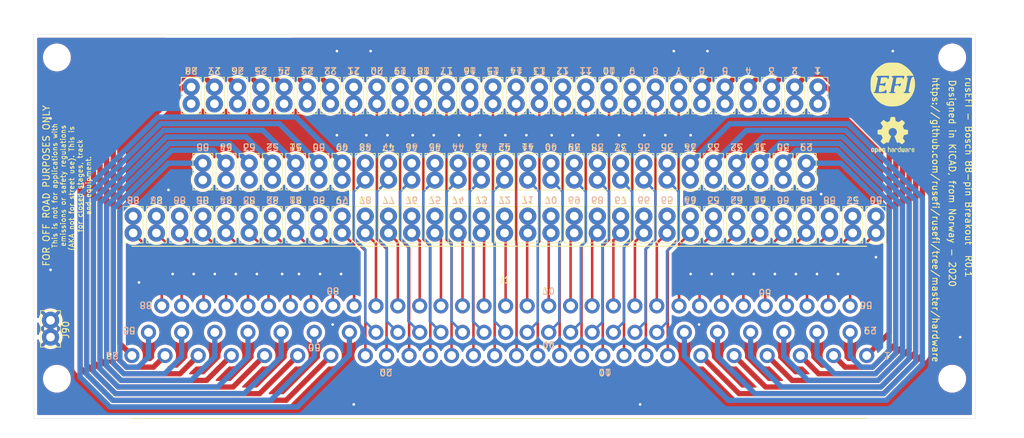
<source format=kicad_pcb>
(kicad_pcb (version 20171130) (host pcbnew "(5.1.5)-3")
  (title_block (title "88 Pin Vag Breakout") (date 2020-06-03) (rev R0.1) (company rusEFI) (comment 1 Snake____1))
  (layers (0 F.Cu signal) (31 B.Cu signal) (34 B.Paste user) (35 F.Paste user) (36 B.SilkS user) (37 F.SilkS user) (38 B.Mask user) (39 F.Mask user) (44 Edge.Cuts user))
  (net 0 "")
  (net 1 "Net-(J1-Pad1)")
  (net 2 "Net-(J1-Pad2)")
  (net 3 "Net-(J1-Pad3)")
  (net 4 "Net-(J1-Pad4)")
  (net 5 "Net-(J1-Pad5)")
  (net 6 "Net-(J1-Pad6)")
  (net 7 "Net-(J1-Pad7)")
  (net 8 "Net-(J1-Pad8)")
  (net 9 "Net-(J1-Pad9)")
  (net 10 "Net-(J1-Pad10)")
  (net 11 "Net-(J1-Pad11)")
  (net 12 "Net-(J1-Pad12)")
  (net 13 "Net-(J1-Pad13)")
  (net 14 "Net-(J1-Pad14)")
  (net 15 "Net-(J1-Pad15)")
  (net 16 "Net-(J1-Pad16)")
  (net 17 "Net-(J1-Pad17)")
  (net 18 "Net-(J1-Pad18)")
  (net 19 "Net-(J1-Pad19)")
  (net 20 "Net-(J1-Pad20)")
  (net 21 "Net-(J1-Pad21)")
  (net 22 "Net-(J1-Pad22)")
  (net 23 "Net-(J1-Pad23)")
  (net 24 "Net-(J1-Pad24)")
  (net 25 "Net-(J1-Pad25)")
  (net 26 "Net-(J1-Pad26)")
  (net 27 "Net-(J1-Pad27)")
  (net 28 "Net-(J1-Pad28)")
  (net 29 "Net-(J1-Pad29)")
  (net 30 "Net-(J1-Pad30)")
  (net 31 "Net-(J1-Pad31)")
  (net 32 "Net-(J1-Pad32)")
  (net 33 "Net-(J1-Pad33)")
  (net 34 "Net-(J1-Pad34)")
  (net 35 "Net-(J1-Pad35)")
  (net 36 "Net-(J1-Pad36)")
  (net 37 "Net-(J1-Pad37)")
  (net 38 "Net-(J1-Pad38)")
  (net 39 "Net-(J1-Pad39)")
  (net 40 "Net-(J1-Pad40)")
  (net 41 "Net-(J1-Pad41)")
  (net 42 "Net-(J1-Pad42)")
  (net 43 "Net-(J1-Pad43)")
  (net 44 "Net-(J1-Pad44)")
  (net 45 "Net-(J1-Pad45)")
  (net 46 "Net-(J1-Pad46)")
  (net 47 "Net-(J1-Pad47)")
  (net 48 "Net-(J1-Pad48)")
  (net 49 "Net-(J1-Pad49)")
  (net 50 "Net-(J1-Pad50)")
  (net 51 "Net-(J1-Pad51)")
  (net 52 "Net-(J1-Pad52)")
  (net 53 "Net-(J1-Pad53)")
  (net 54 "Net-(J1-Pad54)")
  (net 55 "Net-(J1-Pad55)")
  (net 56 "Net-(J1-Pad56)")
  (net 57 "Net-(J1-Pad57)")
  (net 58 "Net-(J1-Pad58)")
  (net 59 "Net-(J1-Pad59)")
  (net 60 "Net-(J1-Pad60)")
  (net 61 "Net-(J1-Pad61)")
  (net 62 "Net-(J1-Pad62)")
  (net 63 "Net-(J1-Pad63)")
  (net 64 "Net-(J1-Pad64)")
  (net 65 "Net-(J1-Pad65)")
  (net 66 "Net-(J1-Pad66)")
  (net 67 "Net-(J1-Pad67)")
  (net 68 "Net-(J1-Pad68)")
  (net 69 "Net-(J1-Pad69)")
  (net 70 "Net-(J1-Pad70)")
  (net 71 "Net-(J1-Pad71)")
  (net 72 "Net-(J1-Pad72)")
  (net 73 "Net-(J1-Pad73)")
  (net 74 "Net-(J1-Pad74)")
  (net 75 "Net-(J1-Pad75)")
  (net 76 "Net-(J1-Pad76)")
  (net 77 "Net-(J1-Pad77)")
  (net 78 "Net-(J1-Pad78)")
  (net 79 "Net-(J1-Pad79)")
  (net 80 "Net-(J1-Pad80)")
  (net 81 "Net-(J1-Pad81)")
  (net 82 "Net-(J1-Pad82)")
  (net 83 "Net-(J1-Pad83)")
  (net 84 "Net-(J1-Pad84)")
  (net 85 "Net-(J1-Pad85)")
  (net 86 "Net-(J1-Pad86)")
  (net 87 "Net-(J1-Pad87)")
  (net 88 "Net-(J1-Pad88)")
  (net 89 GND)
  (module Symbol:OSHW-Logo2_7.3x6mm_SilkScreen (layer F.Cu) (at 204.54 90.24)
    (fp_text reference LOGO1 hide)
    (fp_text value Logo_Open_Hardware_Small hide)
  )
  (module TestPoint:TestPoint_Bridge_Pitch2.54mm_Drill1.3mm (layer F.Cu) (at 77.54 120.72 90)
    (fp_text reference J90 (at 1.1 2.3 90) (layer F.SilkS))
    (fp_text value GND)
    (pad 1 thru_hole circle (at 2.54 0 90) (size 2.6 2.6) (drill 1.3) (layers *.Cu *.Mask) (net 89 GND))
    (pad 1 thru_hole circle (at 0 0 90) (size 2.6 2.6) (drill 1.3) (layers *.Cu *.Mask) (net 89 GND))
  )
  (module rusefi_lib:Off_Road_Disclaimer (layer F.Cu) (at 80.08 97.86 90)
    (fp_text reference G2 hide)
    (fp_text value Disclaimer hide)
    (fp_text user "FOR OFF ROAD PURPOSES ONLY" (at 0 -3.175 90) (layer F.SilkS))
    (fp_text user "This is not for applications with" (at 0 -1.905 90) (layer F.SilkS) (effects (font (size 0.762 0.762) (thickness 0.127))))
    (fp_text user "emissions or safety regulations" (at 0 -0.635 90) (layer F.SilkS) (effects (font (size 0.762 0.762) (thickness 0.127))))
    (fp_text user "(AKA not for street use). This is " (at -0.127 0.635 90) (layer F.SilkS) (effects (font (size 0.762 0.762) (thickness 0.127))))
    (fp_text user "for closed stages, track" (at 0 1.905 90) (layer F.SilkS) (effects (font (size 0.762 0.762) (thickness 0.127))))
    (fp_text user "and equipment." (at 0 3.175 90) (layer F.SilkS) (effects (font (size 0.762 0.762) (thickness 0.127))))
  )
  (module rusefi_lib:LOGO (layer F.Cu) (at 204.54 82.62)
    (fp_text reference G1 hide)
    (fp_text value LOGO hide)
  )
  (module rusefi_lib:BOSCH-88pin (layer F.Cu) (at 146 123.5 180)
    (fp_text reference J1 (at 0 11.43) (layer F.SilkS))
    (fp_text value BOSCH_88PIN_02X44)
    (pad 1 thru_hole circle (at -54.61 0 180) (size 2.286 2.286) (drill 1.321) (layers *.Cu *.Mask) (net 1 "Net-(J1-Pad1)"))
    (pad 2 thru_hole circle (at -49.61 0 180) (size 2.286 2.286) (drill 1.321) (layers *.Cu *.Mask) (net 2 "Net-(J1-Pad2)"))
    (pad 3 thru_hole circle (at -44.61 0 180) (size 2.286 2.286) (drill 1.321) (layers *.Cu *.Mask) (net 3 "Net-(J1-Pad3)"))
    (pad 4 thru_hole circle (at -39.61 0 180) (size 2.286 2.286) (drill 1.321) (layers *.Cu *.Mask) (net 4 "Net-(J1-Pad4)"))
    (pad 5 thru_hole circle (at -34.61 0 180) (size 2.286 2.286) (drill 1.321) (layers *.Cu *.Mask) (net 5 "Net-(J1-Pad5)"))
    (pad 6 thru_hole circle (at -29.61 0 180) (size 2.286 2.286) (drill 1.321) (layers *.Cu *.Mask) (net 6 "Net-(J1-Pad6)"))
    (pad 7 thru_hole circle (at -24.61 0 180) (size 2.286 2.286) (drill 1.321) (layers *.Cu *.Mask) (net 7 "Net-(J1-Pad7)"))
    (pad 8 thru_hole circle (at -21.31 0 180) (size 2.286 2.286) (drill 1.321) (layers *.Cu *.Mask) (net 8 "Net-(J1-Pad8)"))
    (pad 9 thru_hole circle (at -18.01 0 180) (size 2.286 2.286) (drill 1.321) (layers *.Cu *.Mask) (net 9 "Net-(J1-Pad9)"))
    (pad 10 thru_hole circle (at -14.81 0 180) (size 2.286 2.286) (drill 1.321) (layers *.Cu *.Mask) (net 10 "Net-(J1-Pad10)"))
    (pad 11 thru_hole circle (at -11.61 0 180) (size 2.286 2.286) (drill 1.321) (layers *.Cu *.Mask) (net 11 "Net-(J1-Pad11)"))
    (pad 12 thru_hole circle (at -8.31 0 180) (size 2.286 2.286) (drill 1.321) (layers *.Cu *.Mask) (net 12 "Net-(J1-Pad12)"))
    (pad 13 thru_hole circle (at -5.01 0 180) (size 2.286 2.286) (drill 1.321) (layers *.Cu *.Mask) (net 13 "Net-(J1-Pad13)"))
    (pad 14 thru_hole circle (at -1.81 0 180) (size 2.286 2.286) (drill 1.321) (layers *.Cu *.Mask) (net 14 "Net-(J1-Pad14)"))
    (pad 15 thru_hole circle (at 1.49 0 180) (size 2.286 2.286) (drill 1.321) (layers *.Cu *.Mask) (net 15 "Net-(J1-Pad15)"))
    (pad 16 thru_hole circle (at 4.69 0 180) (size 2.286 2.286) (drill 1.321) (layers *.Cu *.Mask) (net 16 "Net-(J1-Pad16)"))
    (pad 17 thru_hole circle (at 7.99 0 180) (size 2.286 2.286) (drill 1.321) (layers *.Cu *.Mask) (net 17 "Net-(J1-Pad17)"))
    (pad 18 thru_hole circle (at 11.19 0 180) (size 2.286 2.286) (drill 1.321) (layers *.Cu *.Mask) (net 18 "Net-(J1-Pad18)"))
    (pad 19 thru_hole circle (at 14.39 0 180) (size 2.286 2.286) (drill 1.321) (layers *.Cu *.Mask) (net 19 "Net-(J1-Pad19)"))
    (pad 20 thru_hole circle (at 17.79 0 180) (size 2.286 2.286) (drill 1.321) (layers *.Cu *.Mask) (net 20 "Net-(J1-Pad20)"))
    (pad 21 thru_hole circle (at 20.99 0 180) (size 2.286 2.286) (drill 1.321) (layers *.Cu *.Mask) (net 21 "Net-(J1-Pad21)"))
    (pad 22 thru_hole circle (at 26.19 0 180) (size 2.286 2.286) (drill 1.321) (layers *.Cu *.Mask) (net 22 "Net-(J1-Pad22)"))
    (pad 23 thru_hole circle (at 31.19 0 180) (size 2.286 2.286) (drill 1.321) (layers *.Cu *.Mask) (net 23 "Net-(J1-Pad23)"))
    (pad 24 thru_hole circle (at 36.19 0 180) (size 2.286 2.286) (drill 1.321) (layers *.Cu *.Mask) (net 24 "Net-(J1-Pad24)"))
    (pad 25 thru_hole circle (at 41.19 0 180) (size 2.286 2.286) (drill 1.321) (layers *.Cu *.Mask) (net 25 "Net-(J1-Pad25)"))
    (pad 26 thru_hole circle (at 46.19 0 180) (size 2.286 2.286) (drill 1.321) (layers *.Cu *.Mask) (net 26 "Net-(J1-Pad26)"))
    (pad 27 thru_hole circle (at 51.19 0 180) (size 2.286 2.286) (drill 1.321) (layers *.Cu *.Mask) (net 27 "Net-(J1-Pad27)"))
    (pad 28 thru_hole circle (at 56.19 0 180) (size 2.286 2.286) (drill 1.321) (layers *.Cu *.Mask) (net 28 "Net-(J1-Pad28)"))
    (pad 29 thru_hole circle (at -52.11 3.5 180) (size 2.286 2.286) (drill 1.321) (layers *.Cu *.Mask) (net 29 "Net-(J1-Pad29)"))
    (pad 30 thru_hole circle (at -47.11 3.5 180) (size 2.286 2.286) (drill 1.321) (layers *.Cu *.Mask) (net 30 "Net-(J1-Pad30)"))
    (pad 31 thru_hole circle (at -42.11 3.5 180) (size 2.286 2.286) (drill 1.321) (layers *.Cu *.Mask) (net 31 "Net-(J1-Pad31)"))
    (pad 32 thru_hole circle (at -37.11 3.5 180) (size 2.286 2.286) (drill 1.321) (layers *.Cu *.Mask) (net 32 "Net-(J1-Pad32)"))
    (pad 33 thru_hole circle (at -32.11 3.5 180) (size 2.286 2.286) (drill 1.321) (layers *.Cu *.Mask) (net 33 "Net-(J1-Pad33)"))
    (pad 34 thru_hole circle (at -27.11 3.5 180) (size 2.286 2.286) (drill 1.321) (layers *.Cu *.Mask) (net 34 "Net-(J1-Pad34)"))
    (pad 35 thru_hole circle (at -22.96 3.5 180) (size 2.286 2.286) (drill 1.321) (layers *.Cu *.Mask) (net 35 "Net-(J1-Pad35)"))
    (pad 36 thru_hole circle (at -19.66 3.5 180) (size 2.286 2.286) (drill 1.321) (layers *.Cu *.Mask) (net 36 "Net-(J1-Pad36)"))
    (pad 37 thru_hole circle (at -16.41 3.5 180) (size 2.286 2.286) (drill 1.321) (layers *.Cu *.Mask) (net 37 "Net-(J1-Pad37)"))
    (pad 38 thru_hole circle (at -13.21 3.5 180) (size 2.286 2.286) (drill 1.321) (layers *.Cu *.Mask) (net 38 "Net-(J1-Pad38)"))
    (pad 39 thru_hole circle (at -9.96 3.5 180) (size 2.286 2.286) (drill 1.321) (layers *.Cu *.Mask) (net 39 "Net-(J1-Pad39)"))
    (pad 40 thru_hole circle (at -6.66 3.5 180) (size 2.286 2.286) (drill 1.321) (layers *.Cu *.Mask) (net 40 "Net-(J1-Pad40)"))
    (pad 41 thru_hole circle (at -3.41 3.5 180) (size 2.286 2.286) (drill 1.321) (layers *.Cu *.Mask) (net 41 "Net-(J1-Pad41)"))
    (pad 42 thru_hole circle (at -0.16 3.5 180) (size 2.286 2.286) (drill 1.321) (layers *.Cu *.Mask) (net 42 "Net-(J1-Pad42)"))
    (pad 43 thru_hole circle (at 3.09 3.5 180) (size 2.286 2.286) (drill 1.321) (layers *.Cu *.Mask) (net 43 "Net-(J1-Pad43)"))
    (pad 44 thru_hole circle (at 6.34 3.5 180) (size 2.286 2.286) (drill 1.321) (layers *.Cu *.Mask) (net 44 "Net-(J1-Pad44)"))
    (pad 45 thru_hole circle (at 9.59 3.5 180) (size 2.286 2.286) (drill 1.321) (layers *.Cu *.Mask) (net 45 "Net-(J1-Pad45)"))
    (pad 46 thru_hole circle (at 12.79 3.5 180) (size 2.286 2.286) (drill 1.321) (layers *.Cu *.Mask) (net 46 "Net-(J1-Pad46)"))
    (pad 47 thru_hole circle (at 16.09 3.5 180) (size 2.286 2.286) (drill 1.321) (layers *.Cu *.Mask) (net 47 "Net-(J1-Pad47)"))
    (pad 48 thru_hole circle (at 19.39 3.5 180) (size 2.286 2.286) (drill 1.321) (layers *.Cu *.Mask) (net 48 "Net-(J1-Pad48)"))
    (pad 49 thru_hole circle (at 23.39 3.5 180) (size 2.286 2.286) (drill 1.321) (layers *.Cu *.Mask) (net 49 "Net-(J1-Pad49)"))
    (pad 50 thru_hole circle (at 28.69 3.5 180) (size 2.286 2.286) (drill 1.321) (layers *.Cu *.Mask) (net 50 "Net-(J1-Pad50)"))
    (pad 51 thru_hole circle (at 33.69 3.5 180) (size 2.286 2.286) (drill 1.321) (layers *.Cu *.Mask) (net 51 "Net-(J1-Pad51)"))
    (pad 52 thru_hole circle (at 38.69 3.5 180) (size 2.286 2.286) (drill 1.321) (layers *.Cu *.Mask) (net 52 "Net-(J1-Pad52)"))
    (pad 53 thru_hole circle (at 43.69 3.5 180) (size 2.286 2.286) (drill 1.321) (layers *.Cu *.Mask) (net 53 "Net-(J1-Pad53)"))
    (pad 54 thru_hole circle (at 48.69 3.5 180) (size 2.286 2.286) (drill 1.321) (layers *.Cu *.Mask) (net 54 "Net-(J1-Pad54)"))
    (pad 55 thru_hole circle (at 53.69 3.5 180) (size 2.286 2.286) (drill 1.321) (layers *.Cu *.Mask) (net 55 "Net-(J1-Pad55)"))
    (pad 56 thru_hole circle (at -52.11 7.5 180) (size 2.286 2.286) (drill 1.321) (layers *.Cu *.Mask) (net 56 "Net-(J1-Pad56)"))
    (pad 57 thru_hole circle (at -48.81 7.5 180) (size 2.286 2.286) (drill 1.321) (layers *.Cu *.Mask) (net 57 "Net-(J1-Pad57)"))
    (pad 58 thru_hole circle (at -45.61 7.5 180) (size 2.286 2.286) (drill 1.321) (layers *.Cu *.Mask) (net 58 "Net-(J1-Pad58)"))
    (pad 59 thru_hole circle (at -42.51 7.5 180) (size 2.286 2.286) (drill 1.321) (layers *.Cu *.Mask) (net 59 "Net-(J1-Pad59)"))
    (pad 60 thru_hole circle (at -39.31 7.5 180) (size 2.286 2.286) (drill 1.321) (layers *.Cu *.Mask) (net 60 "Net-(J1-Pad60)"))
    (pad 61 thru_hole circle (at -36.01 7.5 180) (size 2.286 2.286) (drill 1.321) (layers *.Cu *.Mask) (net 61 "Net-(J1-Pad61)"))
    (pad 62 thru_hole circle (at -32.71 7.5 180) (size 2.286 2.286) (drill 1.321) (layers *.Cu *.Mask) (net 62 "Net-(J1-Pad62)"))
    (pad 63 thru_hole circle (at -29.41 7.5 180) (size 2.286 2.286) (drill 1.321) (layers *.Cu *.Mask) (net 63 "Net-(J1-Pad63)"))
    (pad 64 thru_hole circle (at -26.31 7.5 180) (size 2.286 2.286) (drill 1.321) (layers *.Cu *.Mask) (net 64 "Net-(J1-Pad64)"))
    (pad 65 thru_hole circle (at -22.96 7.5 180) (size 2.286 2.286) (drill 1.321) (layers *.Cu *.Mask) (net 65 "Net-(J1-Pad65)"))
    (pad 66 thru_hole circle (at -19.66 7.5 180) (size 2.286 2.286) (drill 1.321) (layers *.Cu *.Mask) (net 66 "Net-(J1-Pad66)"))
    (pad 67 thru_hole circle (at -16.41 7.5 180) (size 2.286 2.286) (drill 1.321) (layers *.Cu *.Mask) (net 67 "Net-(J1-Pad67)"))
    (pad 68 thru_hole circle (at -13.21 7.5 180) (size 2.286 2.286) (drill 1.321) (layers *.Cu *.Mask) (net 68 "Net-(J1-Pad68)"))
    (pad 69 thru_hole circle (at -9.96 7.5 180) (size 2.286 2.286) (drill 1.321) (layers *.Cu *.Mask) (net 69 "Net-(J1-Pad69)"))
    (pad 70 thru_hole circle (at -6.66 7.5 180) (size 2.286 2.286) (drill 1.321) (layers *.Cu *.Mask) (net 70 "Net-(J1-Pad70)"))
    (pad 71 thru_hole circle (at -3.41 7.5 180) (size 2.286 2.286) (drill 1.321) (layers *.Cu *.Mask) (net 71 "Net-(J1-Pad71)"))
    (pad 72 thru_hole circle (at -0.16 7.5 180) (size 2.286 2.286) (drill 1.321) (layers *.Cu *.Mask) (net 72 "Net-(J1-Pad72)"))
    (pad 73 thru_hole circle (at 3.09 7.5 180) (size 2.286 2.286) (drill 1.321) (layers *.Cu *.Mask) (net 73 "Net-(J1-Pad73)"))
    (pad 74 thru_hole circle (at 6.34 7.5 180) (size 2.286 2.286) (drill 1.321) (layers *.Cu *.Mask) (net 74 "Net-(J1-Pad74)"))
    (pad 75 thru_hole circle (at 9.59 7.5 180) (size 2.286 2.286) (drill 1.321) (layers *.Cu *.Mask) (net 75 "Net-(J1-Pad75)"))
    (pad 76 thru_hole circle (at 12.79 7.5 180) (size 2.286 2.286) (drill 1.321) (layers *.Cu *.Mask) (net 76 "Net-(J1-Pad76)"))
    (pad 77 thru_hole circle (at 16.09 7.5 180) (size 2.286 2.286) (drill 1.321) (layers *.Cu *.Mask) (net 77 "Net-(J1-Pad77)"))
    (pad 78 thru_hole circle (at 19.39 7.5 180) (size 2.286 2.286) (drill 1.321) (layers *.Cu *.Mask) (net 78 "Net-(J1-Pad78)"))
    (pad 79 thru_hole circle (at 22.69 7.5 180) (size 2.286 2.286) (drill 1.321) (layers *.Cu *.Mask) (net 79 "Net-(J1-Pad79)"))
    (pad 80 thru_hole circle (at 25.89 7.5 180) (size 2.286 2.286) (drill 1.321) (layers *.Cu *.Mask) (net 80 "Net-(J1-Pad80)"))
    (pad 81 thru_hole circle (at 29.19 7.5 180) (size 2.286 2.286) (drill 1.321) (layers *.Cu *.Mask) (net 81 "Net-(J1-Pad81)"))
    (pad 82 thru_hole circle (at 32.29 7.5 180) (size 2.286 2.286) (drill 1.321) (layers *.Cu *.Mask) (net 82 "Net-(J1-Pad82)"))
    (pad 83 thru_hole circle (at 35.59 7.5 180) (size 2.286 2.286) (drill 1.321) (layers *.Cu *.Mask) (net 83 "Net-(J1-Pad83)"))
    (pad 84 thru_hole circle (at 38.69 7.5 180) (size 2.286 2.286) (drill 1.321) (layers *.Cu *.Mask) (net 84 "Net-(J1-Pad84)"))
    (pad 85 thru_hole circle (at 41.99 7.5 180) (size 2.286 2.286) (drill 1.321) (layers *.Cu *.Mask) (net 85 "Net-(J1-Pad85)"))
    (pad 86 thru_hole circle (at 45.39 7.5 180) (size 2.286 2.286) (drill 1.321) (layers *.Cu *.Mask) (net 86 "Net-(J1-Pad86)"))
    (pad 87 thru_hole circle (at 48.69 7.5 180) (size 2.286 2.286) (drill 1.321) (layers *.Cu *.Mask) (net 87 "Net-(J1-Pad87)"))
    (pad 88 thru_hole circle (at 51.69 7.5 180) (size 2.286 2.286) (drill 1.321) (layers *.Cu *.Mask) (net 88 "Net-(J1-Pad88)"))
  )
  (module TestPoint:TestPoint_Bridge_Pitch2.54mm_Drill1.3mm (layer F.Cu) (at 193.25 85.5 90)
    (fp_text reference J2 hide)
    (fp_text value Pin1)
    (pad 1 thru_hole circle (at 0 0 90) (size 2.6 2.6) (drill 1.3) (layers *.Cu *.Mask) (net 1 "Net-(J1-Pad1)"))
    (pad 1 thru_hole circle (at 2.54 0 90) (size 2.6 2.6) (drill 1.3) (layers *.Cu *.Mask) (net 1 "Net-(J1-Pad1)"))
  )
  (module TestPoint:TestPoint_Bridge_Pitch2.54mm_Drill1.3mm (layer F.Cu) (at 186.25 85.5 90)
    (fp_text reference J3 hide)
    (fp_text value Pin3)
    (pad 1 thru_hole circle (at 2.54 0 90) (size 2.6 2.6) (drill 1.3) (layers *.Cu *.Mask) (net 3 "Net-(J1-Pad3)"))
    (pad 1 thru_hole circle (at 0 0 90) (size 2.6 2.6) (drill 1.3) (layers *.Cu *.Mask) (net 3 "Net-(J1-Pad3)"))
  )
  (module TestPoint:TestPoint_Bridge_Pitch2.54mm_Drill1.3mm (layer F.Cu) (at 179.25 85.5 90)
    (fp_text reference J4 hide)
    (fp_text value Pin5)
    (pad 1 thru_hole circle (at 0 0 90) (size 2.6 2.6) (drill 1.3) (layers *.Cu *.Mask) (net 5 "Net-(J1-Pad5)"))
    (pad 1 thru_hole circle (at 2.54 0 90) (size 2.6 2.6) (drill 1.3) (layers *.Cu *.Mask) (net 5 "Net-(J1-Pad5)"))
  )
  (module TestPoint:TestPoint_Bridge_Pitch2.54mm_Drill1.3mm (layer F.Cu) (at 172.25 85.5 90)
    (fp_text reference J5 hide)
    (fp_text value Pin7)
    (pad 1 thru_hole circle (at 2.54 0 90) (size 2.6 2.6) (drill 1.3) (layers *.Cu *.Mask) (net 7 "Net-(J1-Pad7)"))
    (pad 1 thru_hole circle (at 0 0 90) (size 2.6 2.6) (drill 1.3) (layers *.Cu *.Mask) (net 7 "Net-(J1-Pad7)"))
  )
  (module TestPoint:TestPoint_Bridge_Pitch2.54mm_Drill1.3mm (layer F.Cu) (at 165.25 85.5 90)
    (fp_text reference J6 hide)
    (fp_text value Pin9)
    (pad 1 thru_hole circle (at 0 0 90) (size 2.6 2.6) (drill 1.3) (layers *.Cu *.Mask) (net 9 "Net-(J1-Pad9)"))
    (pad 1 thru_hole circle (at 2.54 0 90) (size 2.6 2.6) (drill 1.3) (layers *.Cu *.Mask) (net 9 "Net-(J1-Pad9)"))
  )
  (module TestPoint:TestPoint_Bridge_Pitch2.54mm_Drill1.3mm (layer F.Cu) (at 158.25 85.5 90)
    (fp_text reference J7 hide)
    (fp_text value Pin11)
    (pad 1 thru_hole circle (at 0 0 90) (size 2.6 2.6) (drill 1.3) (layers *.Cu *.Mask) (net 11 "Net-(J1-Pad11)"))
    (pad 1 thru_hole circle (at 2.54 0 90) (size 2.6 2.6) (drill 1.3) (layers *.Cu *.Mask) (net 11 "Net-(J1-Pad11)"))
  )
  (module TestPoint:TestPoint_Bridge_Pitch2.54mm_Drill1.3mm (layer F.Cu) (at 151.25 85.5 90)
    (fp_text reference J8 hide)
    (fp_text value Pin13)
    (pad 1 thru_hole circle (at 2.54 0 90) (size 2.6 2.6) (drill 1.3) (layers *.Cu *.Mask) (net 13 "Net-(J1-Pad13)"))
    (pad 1 thru_hole circle (at 0 0 90) (size 2.6 2.6) (drill 1.3) (layers *.Cu *.Mask) (net 13 "Net-(J1-Pad13)"))
  )
  (module TestPoint:TestPoint_Bridge_Pitch2.54mm_Drill1.3mm (layer F.Cu) (at 144.25 85.5 90)
    (fp_text reference J9 hide)
    (fp_text value Pin15)
    (pad 1 thru_hole circle (at 0 0 90) (size 2.6 2.6) (drill 1.3) (layers *.Cu *.Mask) (net 15 "Net-(J1-Pad15)"))
    (pad 1 thru_hole circle (at 2.54 0 90) (size 2.6 2.6) (drill 1.3) (layers *.Cu *.Mask) (net 15 "Net-(J1-Pad15)"))
  )
  (module TestPoint:TestPoint_Bridge_Pitch2.54mm_Drill1.3mm (layer F.Cu) (at 137.25 85.5 90)
    (fp_text reference J10 hide)
    (fp_text value Pin17)
    (pad 1 thru_hole circle (at 2.54 0 90) (size 2.6 2.6) (drill 1.3) (layers *.Cu *.Mask) (net 17 "Net-(J1-Pad17)"))
    (pad 1 thru_hole circle (at 0 0 90) (size 2.6 2.6) (drill 1.3) (layers *.Cu *.Mask) (net 17 "Net-(J1-Pad17)"))
  )
  (module TestPoint:TestPoint_Bridge_Pitch2.54mm_Drill1.3mm (layer F.Cu) (at 130.25 85.5 90)
    (fp_text reference J11 hide)
    (fp_text value Pin19)
    (pad 1 thru_hole circle (at 0 0 90) (size 2.6 2.6) (drill 1.3) (layers *.Cu *.Mask) (net 19 "Net-(J1-Pad19)"))
    (pad 1 thru_hole circle (at 2.54 0 90) (size 2.6 2.6) (drill 1.3) (layers *.Cu *.Mask) (net 19 "Net-(J1-Pad19)"))
  )
  (module TestPoint:TestPoint_Bridge_Pitch2.54mm_Drill1.3mm (layer F.Cu) (at 123.25 85.5 90)
    (fp_text reference J12 hide)
    (fp_text value Pin21)
    (pad 1 thru_hole circle (at 0 0 90) (size 2.6 2.6) (drill 1.3) (layers *.Cu *.Mask) (net 21 "Net-(J1-Pad21)"))
    (pad 1 thru_hole circle (at 2.54 0 90) (size 2.6 2.6) (drill 1.3) (layers *.Cu *.Mask) (net 21 "Net-(J1-Pad21)"))
  )
  (module TestPoint:TestPoint_Bridge_Pitch2.54mm_Drill1.3mm (layer F.Cu) (at 116.25 85.5 90)
    (fp_text reference J13 hide)
    (fp_text value Pin23)
    (pad 1 thru_hole circle (at 0 0 90) (size 2.6 2.6) (drill 1.3) (layers *.Cu *.Mask) (net 23 "Net-(J1-Pad23)"))
    (pad 1 thru_hole circle (at 2.54 0 90) (size 2.6 2.6) (drill 1.3) (layers *.Cu *.Mask) (net 23 "Net-(J1-Pad23)"))
  )
  (module TestPoint:TestPoint_Bridge_Pitch2.54mm_Drill1.3mm (layer F.Cu) (at 109.25 85.5 90)
    (fp_text reference J14 hide)
    (fp_text value Pin25)
    (pad 1 thru_hole circle (at 2.54 0 90) (size 2.6 2.6) (drill 1.3) (layers *.Cu *.Mask) (net 25 "Net-(J1-Pad25)"))
    (pad 1 thru_hole circle (at 0 0 90) (size 2.6 2.6) (drill 1.3) (layers *.Cu *.Mask) (net 25 "Net-(J1-Pad25)"))
  )
  (module TestPoint:TestPoint_Bridge_Pitch2.54mm_Drill1.3mm (layer F.Cu) (at 102.25 85.5 90)
    (fp_text reference J15 hide)
    (fp_text value Pin27)
    (pad 1 thru_hole circle (at 0 0 90) (size 2.6 2.6) (drill 1.3) (layers *.Cu *.Mask) (net 27 "Net-(J1-Pad27)"))
    (pad 1 thru_hole circle (at 2.54 0 90) (size 2.6 2.6) (drill 1.3) (layers *.Cu *.Mask) (net 27 "Net-(J1-Pad27)"))
  )
  (module TestPoint:TestPoint_Bridge_Pitch2.54mm_Drill1.3mm (layer F.Cu) (at 191.5 97 90)
    (fp_text reference J16 hide)
    (fp_text value Pin29)
    (pad 1 thru_hole circle (at 2.54 0 90) (size 2.6 2.6) (drill 1.3) (layers *.Cu *.Mask) (net 29 "Net-(J1-Pad29)"))
    (pad 1 thru_hole circle (at 0 0 90) (size 2.6 2.6) (drill 1.3) (layers *.Cu *.Mask) (net 29 "Net-(J1-Pad29)"))
  )
  (module TestPoint:TestPoint_Bridge_Pitch2.54mm_Drill1.3mm (layer F.Cu) (at 184.5 97 90)
    (fp_text reference J17 hide)
    (fp_text value Pin31)
    (pad 1 thru_hole circle (at 0 0 90) (size 2.6 2.6) (drill 1.3) (layers *.Cu *.Mask) (net 31 "Net-(J1-Pad31)"))
    (pad 1 thru_hole circle (at 2.54 0 90) (size 2.6 2.6) (drill 1.3) (layers *.Cu *.Mask) (net 31 "Net-(J1-Pad31)"))
  )
  (module TestPoint:TestPoint_Bridge_Pitch2.54mm_Drill1.3mm (layer F.Cu) (at 177.5 97 90)
    (fp_text reference J18 hide)
    (fp_text value Pin33)
    (pad 1 thru_hole circle (at 2.54 0 90) (size 2.6 2.6) (drill 1.3) (layers *.Cu *.Mask) (net 33 "Net-(J1-Pad33)"))
    (pad 1 thru_hole circle (at 0 0 90) (size 2.6 2.6) (drill 1.3) (layers *.Cu *.Mask) (net 33 "Net-(J1-Pad33)"))
  )
  (module TestPoint:TestPoint_Bridge_Pitch2.54mm_Drill1.3mm (layer F.Cu) (at 170.5 97 90)
    (fp_text reference J19 hide)
    (fp_text value Pin35)
    (pad 1 thru_hole circle (at 0 0 90) (size 2.6 2.6) (drill 1.3) (layers *.Cu *.Mask) (net 35 "Net-(J1-Pad35)"))
    (pad 1 thru_hole circle (at 2.54 0 90) (size 2.6 2.6) (drill 1.3) (layers *.Cu *.Mask) (net 35 "Net-(J1-Pad35)"))
  )
  (module TestPoint:TestPoint_Bridge_Pitch2.54mm_Drill1.3mm (layer F.Cu) (at 163.5 97 90)
    (fp_text reference J20 hide)
    (fp_text value Pin37)
    (pad 1 thru_hole circle (at 2.54 0 90) (size 2.6 2.6) (drill 1.3) (layers *.Cu *.Mask) (net 37 "Net-(J1-Pad37)"))
    (pad 1 thru_hole circle (at 0 0 90) (size 2.6 2.6) (drill 1.3) (layers *.Cu *.Mask) (net 37 "Net-(J1-Pad37)"))
  )
  (module TestPoint:TestPoint_Bridge_Pitch2.54mm_Drill1.3mm (layer F.Cu) (at 156.5 97 90)
    (fp_text reference J21 hide)
    (fp_text value Pin39)
    (pad 1 thru_hole circle (at 0 0 90) (size 2.6 2.6) (drill 1.3) (layers *.Cu *.Mask) (net 39 "Net-(J1-Pad39)"))
    (pad 1 thru_hole circle (at 2.54 0 90) (size 2.6 2.6) (drill 1.3) (layers *.Cu *.Mask) (net 39 "Net-(J1-Pad39)"))
  )
  (module TestPoint:TestPoint_Bridge_Pitch2.54mm_Drill1.3mm (layer F.Cu) (at 149.5 97 90)
    (fp_text reference J22 hide)
    (fp_text value Pin41)
    (pad 1 thru_hole circle (at 2.54 0 90) (size 2.6 2.6) (drill 1.3) (layers *.Cu *.Mask) (net 41 "Net-(J1-Pad41)"))
    (pad 1 thru_hole circle (at 0 0 90) (size 2.6 2.6) (drill 1.3) (layers *.Cu *.Mask) (net 41 "Net-(J1-Pad41)"))
  )
  (module TestPoint:TestPoint_Bridge_Pitch2.54mm_Drill1.3mm (layer F.Cu) (at 142.5 97 90)
    (fp_text reference J23 hide)
    (fp_text value Pin43)
    (pad 1 thru_hole circle (at 2.54 0 90) (size 2.6 2.6) (drill 1.3) (layers *.Cu *.Mask) (net 43 "Net-(J1-Pad43)"))
    (pad 1 thru_hole circle (at 0 0 90) (size 2.6 2.6) (drill 1.3) (layers *.Cu *.Mask) (net 43 "Net-(J1-Pad43)"))
  )
  (module TestPoint:TestPoint_Bridge_Pitch2.54mm_Drill1.3mm (layer F.Cu) (at 135.5 97 90)
    (fp_text reference J24 hide)
    (fp_text value Pin45)
    (pad 1 thru_hole circle (at 0 0 90) (size 2.6 2.6) (drill 1.3) (layers *.Cu *.Mask) (net 45 "Net-(J1-Pad45)"))
    (pad 1 thru_hole circle (at 2.54 0 90) (size 2.6 2.6) (drill 1.3) (layers *.Cu *.Mask) (net 45 "Net-(J1-Pad45)"))
  )
  (module TestPoint:TestPoint_Bridge_Pitch2.54mm_Drill1.3mm (layer F.Cu) (at 128.5 97 90)
    (fp_text reference J25 hide)
    (fp_text value Pin47)
    (pad 1 thru_hole circle (at 2.54 0 90) (size 2.6 2.6) (drill 1.3) (layers *.Cu *.Mask) (net 47 "Net-(J1-Pad47)"))
    (pad 1 thru_hole circle (at 0 0 90) (size 2.6 2.6) (drill 1.3) (layers *.Cu *.Mask) (net 47 "Net-(J1-Pad47)"))
  )
  (module TestPoint:TestPoint_Bridge_Pitch2.54mm_Drill1.3mm (layer F.Cu) (at 121.5 97 90)
    (fp_text reference J26 hide)
    (fp_text value Pin49)
    (pad 1 thru_hole circle (at 0 0 90) (size 2.6 2.6) (drill 1.3) (layers *.Cu *.Mask) (net 49 "Net-(J1-Pad49)"))
    (pad 1 thru_hole circle (at 2.54 0 90) (size 2.6 2.6) (drill 1.3) (layers *.Cu *.Mask) (net 49 "Net-(J1-Pad49)"))
  )
  (module TestPoint:TestPoint_Bridge_Pitch2.54mm_Drill1.3mm (layer F.Cu) (at 114.5 97 90)
    (fp_text reference J27 hide)
    (fp_text value Pin51)
    (pad 1 thru_hole circle (at 2.54 0 90) (size 2.6 2.6) (drill 1.3) (layers *.Cu *.Mask) (net 51 "Net-(J1-Pad51)"))
    (pad 1 thru_hole circle (at 0 0 90) (size 2.6 2.6) (drill 1.3) (layers *.Cu *.Mask) (net 51 "Net-(J1-Pad51)"))
  )
  (module TestPoint:TestPoint_Bridge_Pitch2.54mm_Drill1.3mm (layer F.Cu) (at 107.5 97 90)
    (fp_text reference J28 hide)
    (fp_text value Pin53)
    (pad 1 thru_hole circle (at 0 0 90) (size 2.6 2.6) (drill 1.3) (layers *.Cu *.Mask) (net 53 "Net-(J1-Pad53)"))
    (pad 1 thru_hole circle (at 2.54 0 90) (size 2.6 2.6) (drill 1.3) (layers *.Cu *.Mask) (net 53 "Net-(J1-Pad53)"))
  )
  (module TestPoint:TestPoint_Bridge_Pitch2.54mm_Drill1.3mm (layer F.Cu) (at 100.5 97 90)
    (fp_text reference J29 hide)
    (fp_text value Pin55)
    (pad 1 thru_hole circle (at 2.54 0 90) (size 2.6 2.6) (drill 1.3) (layers *.Cu *.Mask) (net 55 "Net-(J1-Pad55)"))
    (pad 1 thru_hole circle (at 0 0 90) (size 2.6 2.6) (drill 1.3) (layers *.Cu *.Mask) (net 55 "Net-(J1-Pad55)"))
  )
  (module TestPoint:TestPoint_Bridge_Pitch2.54mm_Drill1.3mm (layer F.Cu) (at 198.5 105 90)
    (fp_text reference J30 hide)
    (fp_text value Pin57)
    (pad 1 thru_hole circle (at 0 0 90) (size 2.6 2.6) (drill 1.3) (layers *.Cu *.Mask) (net 57 "Net-(J1-Pad57)"))
    (pad 1 thru_hole circle (at 2.54 0 90) (size 2.6 2.6) (drill 1.3) (layers *.Cu *.Mask) (net 57 "Net-(J1-Pad57)"))
  )
  (module TestPoint:TestPoint_Bridge_Pitch2.54mm_Drill1.3mm (layer F.Cu) (at 191.5 105 90)
    (fp_text reference J31 hide)
    (fp_text value Pin59)
    (pad 1 thru_hole circle (at 2.54 0 90) (size 2.6 2.6) (drill 1.3) (layers *.Cu *.Mask) (net 59 "Net-(J1-Pad59)"))
    (pad 1 thru_hole circle (at 0 0 90) (size 2.6 2.6) (drill 1.3) (layers *.Cu *.Mask) (net 59 "Net-(J1-Pad59)"))
  )
  (module TestPoint:TestPoint_Bridge_Pitch2.54mm_Drill1.3mm (layer F.Cu) (at 184.5 105 90)
    (fp_text reference J32 hide)
    (fp_text value Pin61)
    (pad 1 thru_hole circle (at 0 0 90) (size 2.6 2.6) (drill 1.3) (layers *.Cu *.Mask) (net 61 "Net-(J1-Pad61)"))
    (pad 1 thru_hole circle (at 2.54 0 90) (size 2.6 2.6) (drill 1.3) (layers *.Cu *.Mask) (net 61 "Net-(J1-Pad61)"))
  )
  (module TestPoint:TestPoint_Bridge_Pitch2.54mm_Drill1.3mm (layer F.Cu) (at 177.5 105 90)
    (fp_text reference J33 hide)
    (fp_text value Pin63)
    (pad 1 thru_hole circle (at 2.54 0 90) (size 2.6 2.6) (drill 1.3) (layers *.Cu *.Mask) (net 63 "Net-(J1-Pad63)"))
    (pad 1 thru_hole circle (at 0 0 90) (size 2.6 2.6) (drill 1.3) (layers *.Cu *.Mask) (net 63 "Net-(J1-Pad63)"))
  )
  (module TestPoint:TestPoint_Bridge_Pitch2.54mm_Drill1.3mm (layer F.Cu) (at 170.5 105 90)
    (fp_text reference J34 hide)
    (fp_text value Pin65)
    (pad 1 thru_hole circle (at 2.54 0 90) (size 2.6 2.6) (drill 1.3) (layers *.Cu *.Mask) (net 65 "Net-(J1-Pad65)"))
    (pad 1 thru_hole circle (at 0 0 90) (size 2.6 2.6) (drill 1.3) (layers *.Cu *.Mask) (net 65 "Net-(J1-Pad65)"))
  )
  (module TestPoint:TestPoint_Bridge_Pitch2.54mm_Drill1.3mm (layer F.Cu) (at 163.5 105 90)
    (fp_text reference J35 hide)
    (fp_text value Pin67)
    (pad 1 thru_hole circle (at 2.54 0 90) (size 2.6 2.6) (drill 1.3) (layers *.Cu *.Mask) (net 67 "Net-(J1-Pad67)"))
    (pad 1 thru_hole circle (at 0 0 90) (size 2.6 2.6) (drill 1.3) (layers *.Cu *.Mask) (net 67 "Net-(J1-Pad67)"))
  )
  (module TestPoint:TestPoint_Bridge_Pitch2.54mm_Drill1.3mm (layer F.Cu) (at 156.5 105 90)
    (fp_text reference J36 hide)
    (fp_text value Pin69)
    (pad 1 thru_hole circle (at 0 0 90) (size 2.6 2.6) (drill 1.3) (layers *.Cu *.Mask) (net 69 "Net-(J1-Pad69)"))
    (pad 1 thru_hole circle (at 2.54 0 90) (size 2.6 2.6) (drill 1.3) (layers *.Cu *.Mask) (net 69 "Net-(J1-Pad69)"))
  )
  (module TestPoint:TestPoint_Bridge_Pitch2.54mm_Drill1.3mm (layer F.Cu) (at 149.5 105 90)
    (fp_text reference J37 hide)
    (fp_text value Pin71)
    (pad 1 thru_hole circle (at 2.54 0 90) (size 2.6 2.6) (drill 1.3) (layers *.Cu *.Mask) (net 71 "Net-(J1-Pad71)"))
    (pad 1 thru_hole circle (at 0 0 90) (size 2.6 2.6) (drill 1.3) (layers *.Cu *.Mask) (net 71 "Net-(J1-Pad71)"))
  )
  (module TestPoint:TestPoint_Bridge_Pitch2.54mm_Drill1.3mm (layer F.Cu) (at 142.5 105 90)
    (fp_text reference J38 hide)
    (fp_text value Pin73)
    (pad 1 thru_hole circle (at 0 0 90) (size 2.6 2.6) (drill 1.3) (layers *.Cu *.Mask) (net 73 "Net-(J1-Pad73)"))
    (pad 1 thru_hole circle (at 2.54 0 90) (size 2.6 2.6) (drill 1.3) (layers *.Cu *.Mask) (net 73 "Net-(J1-Pad73)"))
  )
  (module TestPoint:TestPoint_Bridge_Pitch2.54mm_Drill1.3mm (layer F.Cu) (at 135.5 105 90)
    (fp_text reference J39 hide)
    (fp_text value Pin75)
    (pad 1 thru_hole circle (at 2.54 0 90) (size 2.6 2.6) (drill 1.3) (layers *.Cu *.Mask) (net 75 "Net-(J1-Pad75)"))
    (pad 1 thru_hole circle (at 0 0 90) (size 2.6 2.6) (drill 1.3) (layers *.Cu *.Mask) (net 75 "Net-(J1-Pad75)"))
  )
  (module TestPoint:TestPoint_Bridge_Pitch2.54mm_Drill1.3mm (layer F.Cu) (at 128.5 105 90)
    (fp_text reference J40 hide)
    (fp_text value Pin77)
    (pad 1 thru_hole circle (at 0 0 90) (size 2.6 2.6) (drill 1.3) (layers *.Cu *.Mask) (net 77 "Net-(J1-Pad77)"))
    (pad 1 thru_hole circle (at 2.54 0 90) (size 2.6 2.6) (drill 1.3) (layers *.Cu *.Mask) (net 77 "Net-(J1-Pad77)"))
  )
  (module TestPoint:TestPoint_Bridge_Pitch2.54mm_Drill1.3mm (layer F.Cu) (at 121.5 105 90)
    (fp_text reference J41 hide)
    (fp_text value Pin79)
    (pad 1 thru_hole circle (at 2.54 0 90) (size 2.6 2.6) (drill 1.3) (layers *.Cu *.Mask) (net 79 "Net-(J1-Pad79)"))
    (pad 1 thru_hole circle (at 0 0 90) (size 2.6 2.6) (drill 1.3) (layers *.Cu *.Mask) (net 79 "Net-(J1-Pad79)"))
  )
  (module TestPoint:TestPoint_Bridge_Pitch2.54mm_Drill1.3mm (layer F.Cu) (at 114.5 105 90)
    (fp_text reference J42 hide)
    (fp_text value Pin81)
    (pad 1 thru_hole circle (at 0 0 90) (size 2.6 2.6) (drill 1.3) (layers *.Cu *.Mask) (net 81 "Net-(J1-Pad81)"))
    (pad 1 thru_hole circle (at 2.54 0 90) (size 2.6 2.6) (drill 1.3) (layers *.Cu *.Mask) (net 81 "Net-(J1-Pad81)"))
  )
  (module TestPoint:TestPoint_Bridge_Pitch2.54mm_Drill1.3mm (layer F.Cu) (at 107.5 105 90)
    (fp_text reference J43 hide)
    (fp_text value Pin83)
    (pad 1 thru_hole circle (at 2.54 0 90) (size 2.6 2.6) (drill 1.3) (layers *.Cu *.Mask) (net 83 "Net-(J1-Pad83)"))
    (pad 1 thru_hole circle (at 0 0 90) (size 2.6 2.6) (drill 1.3) (layers *.Cu *.Mask) (net 83 "Net-(J1-Pad83)"))
  )
  (module TestPoint:TestPoint_Bridge_Pitch2.54mm_Drill1.3mm (layer F.Cu) (at 100.5 105 90)
    (fp_text reference J44 hide)
    (fp_text value Pin85)
    (pad 1 thru_hole circle (at 0 0 90) (size 2.6 2.6) (drill 1.3) (layers *.Cu *.Mask) (net 85 "Net-(J1-Pad85)"))
    (pad 1 thru_hole circle (at 2.54 0 90) (size 2.6 2.6) (drill 1.3) (layers *.Cu *.Mask) (net 85 "Net-(J1-Pad85)"))
  )
  (module TestPoint:TestPoint_Bridge_Pitch2.54mm_Drill1.3mm (layer F.Cu) (at 93.5 105 90)
    (fp_text reference J45 hide)
    (fp_text value Pin87)
    (pad 1 thru_hole circle (at 2.54 0 90) (size 2.6 2.6) (drill 1.3) (layers *.Cu *.Mask) (net 87 "Net-(J1-Pad87)"))
    (pad 1 thru_hole circle (at 0 0 90) (size 2.6 2.6) (drill 1.3) (layers *.Cu *.Mask) (net 87 "Net-(J1-Pad87)"))
  )
  (module TestPoint:TestPoint_Bridge_Pitch2.54mm_Drill1.3mm (layer F.Cu) (at 189.75 85.5 90)
    (fp_text reference J46 hide)
    (fp_text value Pin2)
    (pad 1 thru_hole circle (at 0 0 90) (size 2.6 2.6) (drill 1.3) (layers *.Cu *.Mask) (net 2 "Net-(J1-Pad2)"))
    (pad 1 thru_hole circle (at 2.54 0 90) (size 2.6 2.6) (drill 1.3) (layers *.Cu *.Mask) (net 2 "Net-(J1-Pad2)"))
  )
  (module TestPoint:TestPoint_Bridge_Pitch2.54mm_Drill1.3mm (layer F.Cu) (at 182.75 85.5 90)
    (fp_text reference J47 hide)
    (fp_text value Pin4)
    (pad 1 thru_hole circle (at 2.54 0 90) (size 2.6 2.6) (drill 1.3) (layers *.Cu *.Mask) (net 4 "Net-(J1-Pad4)"))
    (pad 1 thru_hole circle (at 0 0 90) (size 2.6 2.6) (drill 1.3) (layers *.Cu *.Mask) (net 4 "Net-(J1-Pad4)"))
  )
  (module TestPoint:TestPoint_Bridge_Pitch2.54mm_Drill1.3mm (layer F.Cu) (at 175.75 85.5 90)
    (fp_text reference J48 hide)
    (fp_text value Pin6)
    (pad 1 thru_hole circle (at 0 0 90) (size 2.6 2.6) (drill 1.3) (layers *.Cu *.Mask) (net 6 "Net-(J1-Pad6)"))
    (pad 1 thru_hole circle (at 2.54 0 90) (size 2.6 2.6) (drill 1.3) (layers *.Cu *.Mask) (net 6 "Net-(J1-Pad6)"))
  )
  (module TestPoint:TestPoint_Bridge_Pitch2.54mm_Drill1.3mm (layer F.Cu) (at 168.75 85.5 90)
    (fp_text reference J49 hide)
    (fp_text value Pin8)
    (pad 1 thru_hole circle (at 2.54 0 90) (size 2.6 2.6) (drill 1.3) (layers *.Cu *.Mask) (net 8 "Net-(J1-Pad8)"))
    (pad 1 thru_hole circle (at 0 0 90) (size 2.6 2.6) (drill 1.3) (layers *.Cu *.Mask) (net 8 "Net-(J1-Pad8)"))
  )
  (module TestPoint:TestPoint_Bridge_Pitch2.54mm_Drill1.3mm (layer F.Cu) (at 161.75 85.5 90)
    (fp_text reference J50 hide)
    (fp_text value Pin10)
    (pad 1 thru_hole circle (at 0 0 90) (size 2.6 2.6) (drill 1.3) (layers *.Cu *.Mask) (net 10 "Net-(J1-Pad10)"))
    (pad 1 thru_hole circle (at 2.54 0 90) (size 2.6 2.6) (drill 1.3) (layers *.Cu *.Mask) (net 10 "Net-(J1-Pad10)"))
  )
  (module TestPoint:TestPoint_Bridge_Pitch2.54mm_Drill1.3mm (layer F.Cu) (at 154.75 85.5 90)
    (fp_text reference J51 hide)
    (fp_text value Pin12)
    (pad 1 thru_hole circle (at 2.54 0 90) (size 2.6 2.6) (drill 1.3) (layers *.Cu *.Mask) (net 12 "Net-(J1-Pad12)"))
    (pad 1 thru_hole circle (at 0 0 90) (size 2.6 2.6) (drill 1.3) (layers *.Cu *.Mask) (net 12 "Net-(J1-Pad12)"))
  )
  (module TestPoint:TestPoint_Bridge_Pitch2.54mm_Drill1.3mm (layer F.Cu) (at 147.75 85.5 90)
    (fp_text reference J52 hide)
    (fp_text value Pin14)
    (pad 1 thru_hole circle (at 0 0 90) (size 2.6 2.6) (drill 1.3) (layers *.Cu *.Mask) (net 14 "Net-(J1-Pad14)"))
    (pad 1 thru_hole circle (at 2.54 0 90) (size 2.6 2.6) (drill 1.3) (layers *.Cu *.Mask) (net 14 "Net-(J1-Pad14)"))
  )
  (module TestPoint:TestPoint_Bridge_Pitch2.54mm_Drill1.3mm (layer F.Cu) (at 140.75 85.5 90)
    (fp_text reference J53 hide)
    (fp_text value Pin16)
    (pad 1 thru_hole circle (at 2.54 0 90) (size 2.6 2.6) (drill 1.3) (layers *.Cu *.Mask) (net 16 "Net-(J1-Pad16)"))
    (pad 1 thru_hole circle (at 0 0 90) (size 2.6 2.6) (drill 1.3) (layers *.Cu *.Mask) (net 16 "Net-(J1-Pad16)"))
  )
  (module TestPoint:TestPoint_Bridge_Pitch2.54mm_Drill1.3mm (layer F.Cu) (at 133.75 85.5 90)
    (fp_text reference J54 hide)
    (fp_text value Pin18)
    (pad 1 thru_hole circle (at 0 0 90) (size 2.6 2.6) (drill 1.3) (layers *.Cu *.Mask) (net 18 "Net-(J1-Pad18)"))
    (pad 1 thru_hole circle (at 2.54 0 90) (size 2.6 2.6) (drill 1.3) (layers *.Cu *.Mask) (net 18 "Net-(J1-Pad18)"))
  )
  (module TestPoint:TestPoint_Bridge_Pitch2.54mm_Drill1.3mm (layer F.Cu) (at 126.75 85.5 90)
    (fp_text reference J55 hide)
    (fp_text value Pin20)
    (pad 1 thru_hole circle (at 2.54 0 90) (size 2.6 2.6) (drill 1.3) (layers *.Cu *.Mask) (net 20 "Net-(J1-Pad20)"))
    (pad 1 thru_hole circle (at 0 0 90) (size 2.6 2.6) (drill 1.3) (layers *.Cu *.Mask) (net 20 "Net-(J1-Pad20)"))
  )
  (module TestPoint:TestPoint_Bridge_Pitch2.54mm_Drill1.3mm (layer F.Cu) (at 119.75 85.5 90)
    (fp_text reference J56 hide)
    (fp_text value Pin22)
    (pad 1 thru_hole circle (at 0 0 90) (size 2.6 2.6) (drill 1.3) (layers *.Cu *.Mask) (net 22 "Net-(J1-Pad22)"))
    (pad 1 thru_hole circle (at 2.54 0 90) (size 2.6 2.6) (drill 1.3) (layers *.Cu *.Mask) (net 22 "Net-(J1-Pad22)"))
  )
  (module TestPoint:TestPoint_Bridge_Pitch2.54mm_Drill1.3mm (layer F.Cu) (at 112.75 85.5 90)
    (fp_text reference J57 hide)
    (fp_text value Pin24)
    (pad 1 thru_hole circle (at 2.54 0 90) (size 2.6 2.6) (drill 1.3) (layers *.Cu *.Mask) (net 24 "Net-(J1-Pad24)"))
    (pad 1 thru_hole circle (at 0 0 90) (size 2.6 2.6) (drill 1.3) (layers *.Cu *.Mask) (net 24 "Net-(J1-Pad24)"))
  )
  (module TestPoint:TestPoint_Bridge_Pitch2.54mm_Drill1.3mm (layer F.Cu) (at 105.75 85.5 90)
    (fp_text reference J58 hide)
    (fp_text value Pin26)
    (pad 1 thru_hole circle (at 0 0 90) (size 2.6 2.6) (drill 1.3) (layers *.Cu *.Mask) (net 26 "Net-(J1-Pad26)"))
    (pad 1 thru_hole circle (at 2.54 0 90) (size 2.6 2.6) (drill 1.3) (layers *.Cu *.Mask) (net 26 "Net-(J1-Pad26)"))
  )
  (module TestPoint:TestPoint_Bridge_Pitch2.54mm_Drill1.3mm (layer F.Cu) (at 98.75 85.5 90)
    (fp_text reference J59 hide)
    (fp_text value Pin28)
    (pad 1 thru_hole circle (at 2.54 0 90) (size 2.6 2.6) (drill 1.3) (layers *.Cu *.Mask) (net 28 "Net-(J1-Pad28)"))
    (pad 1 thru_hole circle (at 0 0 90) (size 2.6 2.6) (drill 1.3) (layers *.Cu *.Mask) (net 28 "Net-(J1-Pad28)"))
  )
  (module TestPoint:TestPoint_Bridge_Pitch2.54mm_Drill1.3mm (layer F.Cu) (at 188 97 90)
    (fp_text reference J60 hide)
    (fp_text value Pin30)
    (pad 1 thru_hole circle (at 0 0 90) (size 2.6 2.6) (drill 1.3) (layers *.Cu *.Mask) (net 30 "Net-(J1-Pad30)"))
    (pad 1 thru_hole circle (at 2.54 0 90) (size 2.6 2.6) (drill 1.3) (layers *.Cu *.Mask) (net 30 "Net-(J1-Pad30)"))
  )
  (module TestPoint:TestPoint_Bridge_Pitch2.54mm_Drill1.3mm (layer F.Cu) (at 181 97 90)
    (fp_text reference J61 hide)
    (fp_text value Pin32)
    (pad 1 thru_hole circle (at 2.54 0 90) (size 2.6 2.6) (drill 1.3) (layers *.Cu *.Mask) (net 32 "Net-(J1-Pad32)"))
    (pad 1 thru_hole circle (at 0 0 90) (size 2.6 2.6) (drill 1.3) (layers *.Cu *.Mask) (net 32 "Net-(J1-Pad32)"))
  )
  (module TestPoint:TestPoint_Bridge_Pitch2.54mm_Drill1.3mm (layer F.Cu) (at 174 97 90)
    (fp_text reference J62 hide)
    (fp_text value Pin34)
    (pad 1 thru_hole circle (at 0 0 90) (size 2.6 2.6) (drill 1.3) (layers *.Cu *.Mask) (net 34 "Net-(J1-Pad34)"))
    (pad 1 thru_hole circle (at 2.54 0 90) (size 2.6 2.6) (drill 1.3) (layers *.Cu *.Mask) (net 34 "Net-(J1-Pad34)"))
  )
  (module TestPoint:TestPoint_Bridge_Pitch2.54mm_Drill1.3mm (layer F.Cu) (at 167 97 90)
    (fp_text reference J63 hide)
    (fp_text value Pin36)
    (pad 1 thru_hole circle (at 2.54 0 90) (size 2.6 2.6) (drill 1.3) (layers *.Cu *.Mask) (net 36 "Net-(J1-Pad36)"))
    (pad 1 thru_hole circle (at 0 0 90) (size 2.6 2.6) (drill 1.3) (layers *.Cu *.Mask) (net 36 "Net-(J1-Pad36)"))
  )
  (module TestPoint:TestPoint_Bridge_Pitch2.54mm_Drill1.3mm (layer F.Cu) (at 160 97 90)
    (fp_text reference J64 hide)
    (fp_text value Pin38)
    (pad 1 thru_hole circle (at 0 0 90) (size 2.6 2.6) (drill 1.3) (layers *.Cu *.Mask) (net 38 "Net-(J1-Pad38)"))
    (pad 1 thru_hole circle (at 2.54 0 90) (size 2.6 2.6) (drill 1.3) (layers *.Cu *.Mask) (net 38 "Net-(J1-Pad38)"))
  )
  (module TestPoint:TestPoint_Bridge_Pitch2.54mm_Drill1.3mm (layer F.Cu) (at 153 97 90)
    (fp_text reference J65 hide)
    (fp_text value Pin40)
    (pad 1 thru_hole circle (at 2.54 0 90) (size 2.6 2.6) (drill 1.3) (layers *.Cu *.Mask) (net 40 "Net-(J1-Pad40)"))
    (pad 1 thru_hole circle (at 0 0 90) (size 2.6 2.6) (drill 1.3) (layers *.Cu *.Mask) (net 40 "Net-(J1-Pad40)"))
  )
  (module TestPoint:TestPoint_Bridge_Pitch2.54mm_Drill1.3mm (layer F.Cu) (at 146 97 90)
    (fp_text reference J66 hide)
    (fp_text value Pin42)
    (pad 1 thru_hole circle (at 0 0 90) (size 2.6 2.6) (drill 1.3) (layers *.Cu *.Mask) (net 42 "Net-(J1-Pad42)"))
    (pad 1 thru_hole circle (at 2.54 0 90) (size 2.6 2.6) (drill 1.3) (layers *.Cu *.Mask) (net 42 "Net-(J1-Pad42)"))
  )
  (module TestPoint:TestPoint_Bridge_Pitch2.54mm_Drill1.3mm (layer F.Cu) (at 139 97 90)
    (fp_text reference J67 hide)
    (fp_text value Pin44)
    (pad 1 thru_hole circle (at 0 0 90) (size 2.6 2.6) (drill 1.3) (layers *.Cu *.Mask) (net 44 "Net-(J1-Pad44)"))
    (pad 1 thru_hole circle (at 2.54 0 90) (size 2.6 2.6) (drill 1.3) (layers *.Cu *.Mask) (net 44 "Net-(J1-Pad44)"))
  )
  (module TestPoint:TestPoint_Bridge_Pitch2.54mm_Drill1.3mm (layer F.Cu) (at 132 97 90)
    (fp_text reference J68 hide)
    (fp_text value Pin46)
    (pad 1 thru_hole circle (at 2.54 0 90) (size 2.6 2.6) (drill 1.3) (layers *.Cu *.Mask) (net 46 "Net-(J1-Pad46)"))
    (pad 1 thru_hole circle (at 0 0 90) (size 2.6 2.6) (drill 1.3) (layers *.Cu *.Mask) (net 46 "Net-(J1-Pad46)"))
  )
  (module TestPoint:TestPoint_Bridge_Pitch2.54mm_Drill1.3mm (layer F.Cu) (at 125 97 90)
    (fp_text reference J69 hide)
    (fp_text value Pin48)
    (pad 1 thru_hole circle (at 2.54 0 90) (size 2.6 2.6) (drill 1.3) (layers *.Cu *.Mask) (net 48 "Net-(J1-Pad48)"))
    (pad 1 thru_hole circle (at 0 0 90) (size 2.6 2.6) (drill 1.3) (layers *.Cu *.Mask) (net 48 "Net-(J1-Pad48)"))
  )
  (module TestPoint:TestPoint_Bridge_Pitch2.54mm_Drill1.3mm (layer F.Cu) (at 118 97 90)
    (fp_text reference J70 hide)
    (fp_text value Pin50)
    (pad 1 thru_hole circle (at 0 0 90) (size 2.6 2.6) (drill 1.3) (layers *.Cu *.Mask) (net 50 "Net-(J1-Pad50)"))
    (pad 1 thru_hole circle (at 2.54 0 90) (size 2.6 2.6) (drill 1.3) (layers *.Cu *.Mask) (net 50 "Net-(J1-Pad50)"))
  )
  (module TestPoint:TestPoint_Bridge_Pitch2.54mm_Drill1.3mm (layer F.Cu) (at 111 97 90)
    (fp_text reference J71 hide)
    (fp_text value Pin52)
    (pad 1 thru_hole circle (at 2.54 0 90) (size 2.6 2.6) (drill 1.3) (layers *.Cu *.Mask) (net 52 "Net-(J1-Pad52)"))
    (pad 1 thru_hole circle (at 0 0 90) (size 2.6 2.6) (drill 1.3) (layers *.Cu *.Mask) (net 52 "Net-(J1-Pad52)"))
  )
  (module TestPoint:TestPoint_Bridge_Pitch2.54mm_Drill1.3mm (layer F.Cu) (at 104 97 90)
    (fp_text reference J72 hide)
    (fp_text value Pin54)
    (pad 1 thru_hole circle (at 0 0 90) (size 2.6 2.6) (drill 1.3) (layers *.Cu *.Mask) (net 54 "Net-(J1-Pad54)"))
    (pad 1 thru_hole circle (at 2.54 0 90) (size 2.6 2.6) (drill 1.3) (layers *.Cu *.Mask) (net 54 "Net-(J1-Pad54)"))
  )
  (module TestPoint:TestPoint_Bridge_Pitch2.54mm_Drill1.3mm (layer F.Cu) (at 202 105 90)
    (fp_text reference J73 hide)
    (fp_text value Pin56)
    (pad 1 thru_hole circle (at 2.54 0 90) (size 2.6 2.6) (drill 1.3) (layers *.Cu *.Mask) (net 56 "Net-(J1-Pad56)"))
    (pad 1 thru_hole circle (at 0 0 90) (size 2.6 2.6) (drill 1.3) (layers *.Cu *.Mask) (net 56 "Net-(J1-Pad56)"))
  )
  (module TestPoint:TestPoint_Bridge_Pitch2.54mm_Drill1.3mm (layer F.Cu) (at 195 105 90)
    (fp_text reference J74 hide)
    (fp_text value Pin58)
    (pad 1 thru_hole circle (at 0 0 90) (size 2.6 2.6) (drill 1.3) (layers *.Cu *.Mask) (net 58 "Net-(J1-Pad58)"))
    (pad 1 thru_hole circle (at 2.54 0 90) (size 2.6 2.6) (drill 1.3) (layers *.Cu *.Mask) (net 58 "Net-(J1-Pad58)"))
  )
  (module TestPoint:TestPoint_Bridge_Pitch2.54mm_Drill1.3mm (layer F.Cu) (at 188 105 90)
    (fp_text reference J75 hide)
    (fp_text value Pin60)
    (pad 1 thru_hole circle (at 2.54 0 90) (size 2.6 2.6) (drill 1.3) (layers *.Cu *.Mask) (net 60 "Net-(J1-Pad60)"))
    (pad 1 thru_hole circle (at 0 0 90) (size 2.6 2.6) (drill 1.3) (layers *.Cu *.Mask) (net 60 "Net-(J1-Pad60)"))
  )
  (module TestPoint:TestPoint_Bridge_Pitch2.54mm_Drill1.3mm (layer F.Cu) (at 181 105 90)
    (fp_text reference J76 hide)
    (fp_text value Pin62)
    (pad 1 thru_hole circle (at 0 0 90) (size 2.6 2.6) (drill 1.3) (layers *.Cu *.Mask) (net 62 "Net-(J1-Pad62)"))
    (pad 1 thru_hole circle (at 2.54 0 90) (size 2.6 2.6) (drill 1.3) (layers *.Cu *.Mask) (net 62 "Net-(J1-Pad62)"))
  )
  (module TestPoint:TestPoint_Bridge_Pitch2.54mm_Drill1.3mm (layer F.Cu) (at 174 105 90)
    (fp_text reference J77 hide)
    (fp_text value Pin64)
    (pad 1 thru_hole circle (at 2.54 0 90) (size 2.6 2.6) (drill 1.3) (layers *.Cu *.Mask) (net 64 "Net-(J1-Pad64)"))
    (pad 1 thru_hole circle (at 0 0 90) (size 2.6 2.6) (drill 1.3) (layers *.Cu *.Mask) (net 64 "Net-(J1-Pad64)"))
  )
  (module TestPoint:TestPoint_Bridge_Pitch2.54mm_Drill1.3mm (layer F.Cu) (at 167 105 90)
    (fp_text reference J78 hide)
    (fp_text value Pin66)
    (pad 1 thru_hole circle (at 0 0 90) (size 2.6 2.6) (drill 1.3) (layers *.Cu *.Mask) (net 66 "Net-(J1-Pad66)"))
    (pad 1 thru_hole circle (at 2.54 0 90) (size 2.6 2.6) (drill 1.3) (layers *.Cu *.Mask) (net 66 "Net-(J1-Pad66)"))
  )
  (module TestPoint:TestPoint_Bridge_Pitch2.54mm_Drill1.3mm (layer F.Cu) (at 160 105 90)
    (fp_text reference J79 hide)
    (fp_text value Pin68)
    (pad 1 thru_hole circle (at 0 0 90) (size 2.6 2.6) (drill 1.3) (layers *.Cu *.Mask) (net 68 "Net-(J1-Pad68)"))
    (pad 1 thru_hole circle (at 2.54 0 90) (size 2.6 2.6) (drill 1.3) (layers *.Cu *.Mask) (net 68 "Net-(J1-Pad68)"))
  )
  (module TestPoint:TestPoint_Bridge_Pitch2.54mm_Drill1.3mm (layer F.Cu) (at 153 105 90)
    (fp_text reference J80 hide)
    (fp_text value Pin70)
    (pad 1 thru_hole circle (at 0 0 90) (size 2.6 2.6) (drill 1.3) (layers *.Cu *.Mask) (net 70 "Net-(J1-Pad70)"))
    (pad 1 thru_hole circle (at 2.54 0 90) (size 2.6 2.6) (drill 1.3) (layers *.Cu *.Mask) (net 70 "Net-(J1-Pad70)"))
  )
  (module TestPoint:TestPoint_Bridge_Pitch2.54mm_Drill1.3mm (layer F.Cu) (at 146 105 90)
    (fp_text reference J81 hide)
    (fp_text value Pin72)
    (pad 1 thru_hole circle (at 2.54 0 90) (size 2.6 2.6) (drill 1.3) (layers *.Cu *.Mask) (net 72 "Net-(J1-Pad72)"))
    (pad 1 thru_hole circle (at 0 0 90) (size 2.6 2.6) (drill 1.3) (layers *.Cu *.Mask) (net 72 "Net-(J1-Pad72)"))
  )
  (module TestPoint:TestPoint_Bridge_Pitch2.54mm_Drill1.3mm (layer F.Cu) (at 139 105 90)
    (fp_text reference J82 hide)
    (fp_text value Pin74)
    (pad 1 thru_hole circle (at 0 0 90) (size 2.6 2.6) (drill 1.3) (layers *.Cu *.Mask) (net 74 "Net-(J1-Pad74)"))
    (pad 1 thru_hole circle (at 2.54 0 90) (size 2.6 2.6) (drill 1.3) (layers *.Cu *.Mask) (net 74 "Net-(J1-Pad74)"))
  )
  (module TestPoint:TestPoint_Bridge_Pitch2.54mm_Drill1.3mm (layer F.Cu) (at 132 105 90)
    (fp_text reference J83 hide)
    (fp_text value Pin76)
    (pad 1 thru_hole circle (at 2.54 0 90) (size 2.6 2.6) (drill 1.3) (layers *.Cu *.Mask) (net 76 "Net-(J1-Pad76)"))
    (pad 1 thru_hole circle (at 0 0 90) (size 2.6 2.6) (drill 1.3) (layers *.Cu *.Mask) (net 76 "Net-(J1-Pad76)"))
  )
  (module TestPoint:TestPoint_Bridge_Pitch2.54mm_Drill1.3mm (layer F.Cu) (at 125 105 90)
    (fp_text reference J84 hide)
    (fp_text value Pin78)
    (pad 1 thru_hole circle (at 0 0 90) (size 2.6 2.6) (drill 1.3) (layers *.Cu *.Mask) (net 78 "Net-(J1-Pad78)"))
    (pad 1 thru_hole circle (at 2.54 0 90) (size 2.6 2.6) (drill 1.3) (layers *.Cu *.Mask) (net 78 "Net-(J1-Pad78)"))
  )
  (module TestPoint:TestPoint_Bridge_Pitch2.54mm_Drill1.3mm (layer F.Cu) (at 118 105 90)
    (fp_text reference J85 hide)
    (fp_text value Pin80)
    (pad 1 thru_hole circle (at 2.54 0 90) (size 2.6 2.6) (drill 1.3) (layers *.Cu *.Mask) (net 80 "Net-(J1-Pad80)"))
    (pad 1 thru_hole circle (at 0 0 90) (size 2.6 2.6) (drill 1.3) (layers *.Cu *.Mask) (net 80 "Net-(J1-Pad80)"))
  )
  (module TestPoint:TestPoint_Bridge_Pitch2.54mm_Drill1.3mm (layer F.Cu) (at 111 105 90)
    (fp_text reference J86 hide)
    (fp_text value Pin82)
    (pad 1 thru_hole circle (at 0 0 90) (size 2.6 2.6) (drill 1.3) (layers *.Cu *.Mask) (net 82 "Net-(J1-Pad82)"))
    (pad 1 thru_hole circle (at 2.54 0 90) (size 2.6 2.6) (drill 1.3) (layers *.Cu *.Mask) (net 82 "Net-(J1-Pad82)"))
  )
  (module TestPoint:TestPoint_Bridge_Pitch2.54mm_Drill1.3mm (layer F.Cu) (at 104 105 90)
    (fp_text reference J87 hide)
    (fp_text value Pin84)
    (pad 1 thru_hole circle (at 2.54 0 90) (size 2.6 2.6) (drill 1.3) (layers *.Cu *.Mask) (net 84 "Net-(J1-Pad84)"))
    (pad 1 thru_hole circle (at 0 0 90) (size 2.6 2.6) (drill 1.3) (layers *.Cu *.Mask) (net 84 "Net-(J1-Pad84)"))
  )
  (module TestPoint:TestPoint_Bridge_Pitch2.54mm_Drill1.3mm (layer F.Cu) (at 97 105 90)
    (fp_text reference J88 hide)
    (fp_text value Pin86)
    (pad 1 thru_hole circle (at 0 0 90) (size 2.6 2.6) (drill 1.3) (layers *.Cu *.Mask) (net 86 "Net-(J1-Pad86)"))
    (pad 1 thru_hole circle (at 2.54 0 90) (size 2.6 2.6) (drill 1.3) (layers *.Cu *.Mask) (net 86 "Net-(J1-Pad86)"))
  )
  (module TestPoint:TestPoint_Bridge_Pitch2.54mm_Drill1.3mm (layer F.Cu) (at 90 105 90)
    (fp_text reference J89 hide)
    (fp_text value Pin88)
    (pad 1 thru_hole circle (at 2.54 0 90) (size 2.6 2.6) (drill 1.3) (layers *.Cu *.Mask) (net 88 "Net-(J1-Pad88)"))
    (pad 1 thru_hole circle (at 0 0 90) (size 2.6 2.6) (drill 1.3) (layers *.Cu *.Mask) (net 88 "Net-(J1-Pad88)"))
  )
  (module MountingHole:MountingHole_3.2mm_M3_DIN965 (layer F.Cu) (at 78.5 78.5)
    (fp_text reference H1 hide)
    (fp_text value M3)
    (pad 1 np_thru_hole circle (at 0 0) (size 3.2 3.2) (drill 3.2) (layers *.Cu *.Mask))
  )
  (module MountingHole:MountingHole_3.2mm_M3_DIN965 (layer F.Cu) (at 78.5 127)
    (fp_text reference H2 hide)
    (fp_text value M3)
    (pad 1 np_thru_hole circle (at 0 0) (size 3.2 3.2) (drill 3.2) (layers *.Cu *.Mask))
  )
  (module MountingHole:MountingHole_3.2mm_M3_DIN965 (layer F.Cu) (at 213.5 78.5)
    (fp_text reference H3 hide)
    (fp_text value M3)
    (pad 1 np_thru_hole circle (at 0 0) (size 3.2 3.2) (drill 3.2) (layers *.Cu *.Mask))
  )
  (module MountingHole:MountingHole_3.2mm_M3_DIN965 (layer F.Cu) (at 213.5 127)
    (fp_text reference H4 hide)
    (fp_text value M3)
    (pad 1 np_thru_hole circle (at 0 0) (size 3.2 3.2) (drill 3.2) (layers *.Cu *.Mask))
  )
  (gr_text 80 (at 120.114 113.716 180) (layer F.SilkS) (effects (font (size 1 1))))
  (gr_text 80 (at 120.114 113.716 180) (layer B.SilkS) (effects (font (size 1 1)) (justify mirror)))
  (gr_text 70 (at 152.626 113.716 180) (layer F.SilkS) (effects (font (size 1 1))))
  (gr_text 70 (at 152.626 113.716 180) (layer B.SilkS) (effects (font (size 1 1)) (justify mirror)))
  (gr_text 60 (at 185.265 113.97 180) (layer F.SilkS) (effects (font (size 1 1))))
  (gr_text 60 (at 185.265 113.97 180) (layer B.SilkS) (effects (font (size 1 1)) (justify mirror)))
  (gr_text 40 (at 152.626 121.844 180) (layer F.SilkS) (effects (font (size 1 1))))
  (gr_text 40 (at 152.626 121.844 180) (layer B.SilkS) (effects (font (size 1 1)) (justify mirror)))
  (gr_text 50 (at 117.32 122.225 180) (layer F.SilkS) (effects (font (size 1 1))))
  (gr_text 50 (at 117.32 122.225 180) (layer B.SilkS) (effects (font (size 1 1)) (justify mirror)))
  (gr_text 20 (at 128.115 126.035 180) (layer F.SilkS) (effects (font (size 1 1))))
  (gr_text 20 (at 128.115 126.035 180) (layer B.SilkS) (effects (font (size 1 1)) (justify mirror)))
  (gr_text 10 (at 161.135 126.035 180) (layer F.SilkS) (effects (font (size 1 1))))
  (gr_text 10 (at 161.135 126.035 180) (layer B.SilkS) (effects (font (size 1 1)) (justify mirror)))
  (gr_text 1 (at 203.68 123.495 180) (layer F.SilkS) (effects (font (size 1 1))))
  (gr_text 1 (at 203.68 123.495 180) (layer B.SilkS) (effects (font (size 1 1)) (justify mirror)))
  (gr_text 29 (at 201.14 119.685 180) (layer F.SilkS) (effects (font (size 1 1))))
  (gr_text 29 (at 201.14 119.685 180) (layer B.SilkS) (effects (font (size 1 1)) (justify mirror)))
  (gr_text 56 (at 200.505 115.875 180) (layer F.SilkS) (effects (font (size 1 1))))
  (gr_text 56 (at 200.505 115.875 180) (layer B.SilkS) (effects (font (size 1 1)) (justify mirror)))
  (gr_text 28 (at 86.84 123.495 180) (layer F.SilkS) (effects (font (size 1 1))))
  (gr_text 28 (at 86.84 123.495 180) (layer B.SilkS) (effects (font (size 1 1)) (justify mirror)))
  (gr_text 55 (at 89.38 119.685 180) (layer F.SilkS) (effects (font (size 1 1))))
  (gr_text 55 (at 89.38 119.685 180) (layer B.SilkS) (effects (font (size 1 1)) (justify mirror)))
  (gr_text 88 (at 91.92 115.875 180) (layer B.SilkS) (effects (font (size 1 1)) (justify mirror)))
  (gr_text 88 (at 91.92 115.875 180) (layer F.SilkS) (effects (font (size 1 1))))
  (gr_text 56 (at 202 100 180) (layer B.SilkS) (effects (font (size 1 1)) (justify mirror)))
  (gr_text 57 (at 198.5 100 180) (layer B.SilkS) (effects (font (size 1 1)) (justify mirror)))
  (gr_text 58 (at 195 100 180) (layer B.SilkS) (effects (font (size 1 1)) (justify mirror)))
  (gr_text 59 (at 191.5 100 180) (layer B.SilkS) (effects (font (size 1 1)) (justify mirror)))
  (gr_text 60 (at 188 100 180) (layer B.SilkS) (effects (font (size 1 1)) (justify mirror)))
  (gr_text 61 (at 184.5 100 180) (layer B.SilkS) (effects (font (size 1 1)) (justify mirror)))
  (gr_text 62 (at 181 100 180) (layer B.SilkS) (effects (font (size 1 1)) (justify mirror)))
  (gr_text 63 (at 177.5 100 180) (layer B.SilkS) (effects (font (size 1 1)) (justify mirror)))
  (gr_text 64 (at 174 100 180) (layer B.SilkS) (effects (font (size 1 1)) (justify mirror)))
  (gr_text 65 (at 170.5 100 180) (layer B.SilkS) (effects (font (size 1 1)) (justify mirror)))
  (gr_text 66 (at 167 100 180) (layer B.SilkS) (effects (font (size 1 1)) (justify mirror)))
  (gr_text 67 (at 163.5 100 180) (layer B.SilkS) (effects (font (size 1 1)) (justify mirror)))
  (gr_text 68 (at 160 100 180) (layer B.SilkS) (effects (font (size 1 1)) (justify mirror)))
  (gr_text 69 (at 156.5 100 180) (layer B.SilkS) (effects (font (size 1 1)) (justify mirror)))
  (gr_text 70 (at 153 100 180) (layer B.SilkS) (effects (font (size 1 1)) (justify mirror)))
  (gr_text 71 (at 149.5 100 180) (layer B.SilkS) (effects (font (size 1 1)) (justify mirror)))
  (gr_text 72 (at 146 100 180) (layer B.SilkS) (effects (font (size 1 1)) (justify mirror)))
  (gr_text 73 (at 142.5 100 180) (layer B.SilkS) (effects (font (size 1 1)) (justify mirror)))
  (gr_text 74 (at 139 100 180) (layer B.SilkS) (effects (font (size 1 1)) (justify mirror)))
  (gr_text 75 (at 135.5 100 180) (layer B.SilkS) (effects (font (size 1 1)) (justify mirror)))
  (gr_text 76 (at 132 100 180) (layer B.SilkS) (effects (font (size 1 1)) (justify mirror)))
  (gr_text 77 (at 128.5 100 180) (layer B.SilkS) (effects (font (size 1 1)) (justify mirror)))
  (gr_text 78 (at 125 100 180) (layer B.SilkS) (effects (font (size 1 1)) (justify mirror)))
  (gr_text 79 (at 121.5 100 180) (layer B.SilkS) (effects (font (size 1 1)) (justify mirror)))
  (gr_text 80 (at 118 100 180) (layer B.SilkS) (effects (font (size 1 1)) (justify mirror)))
  (gr_text 81 (at 114.5 100 180) (layer B.SilkS) (effects (font (size 1 1)) (justify mirror)))
  (gr_text 82 (at 111 100 180) (layer B.SilkS) (effects (font (size 1 1)) (justify mirror)))
  (gr_text 83 (at 107.5 100 180) (layer B.SilkS) (effects (font (size 1 1)) (justify mirror)))
  (gr_text 84 (at 104 100 180) (layer B.SilkS) (effects (font (size 1 1)) (justify mirror)))
  (gr_text 85 (at 100.4 100 180) (layer B.SilkS) (effects (font (size 1 1)) (justify mirror)))
  (gr_text 86 (at 97 100 180) (layer B.SilkS) (effects (font (size 1 1)) (justify mirror)))
  (gr_text 87 (at 93.5 100 180) (layer B.SilkS) (effects (font (size 1 1)) (justify mirror)))
  (gr_text 88 (at 90 100 180) (layer B.SilkS) (effects (font (size 1 1)) (justify mirror)))
  (gr_text 55 (at 100.5 92 180) (layer B.SilkS) (effects (font (size 1 1)) (justify mirror)))
  (gr_text 54 (at 104 92 180) (layer B.SilkS) (effects (font (size 1 1)) (justify mirror)))
  (gr_text 53 (at 107.5 92 180) (layer B.SilkS) (effects (font (size 1 1)) (justify mirror)))
  (gr_text 52 (at 111 92 180) (layer B.SilkS) (effects (font (size 1 1)) (justify mirror)))
  (gr_text 51 (at 114.5 92 180) (layer B.SilkS) (effects (font (size 1 1)) (justify mirror)))
  (gr_text 50 (at 118 92 180) (layer B.SilkS) (effects (font (size 1 1)) (justify mirror)))
  (gr_text 49 (at 121.5 92 180) (layer B.SilkS) (effects (font (size 1 1)) (justify mirror)))
  (gr_text 48 (at 125 92 180) (layer B.SilkS) (effects (font (size 1 1)) (justify mirror)))
  (gr_text 47 (at 128.5 92 180) (layer B.SilkS) (effects (font (size 1 1)) (justify mirror)))
  (gr_text 46 (at 132 92 180) (layer B.SilkS) (effects (font (size 1 1)) (justify mirror)))
  (gr_text 45 (at 135.5 92 180) (layer B.SilkS) (effects (font (size 1 1)) (justify mirror)))
  (gr_text 44 (at 139 92 180) (layer B.SilkS) (effects (font (size 1 1)) (justify mirror)))
  (gr_text 43 (at 142.5 92 180) (layer B.SilkS) (effects (font (size 1 1)) (justify mirror)))
  (gr_text 42 (at 146 92 180) (layer B.SilkS) (effects (font (size 1 1)) (justify mirror)))
  (gr_text 42 (at 146 92 180) (layer F.SilkS) (effects (font (size 1 1))))
  (gr_text 41 (at 149.5 92 180) (layer B.SilkS) (effects (font (size 1 1)) (justify mirror)))
  (gr_text 40 (at 153 92 180) (layer B.SilkS) (effects (font (size 1 1)) (justify mirror)))
  (gr_text 39 (at 156.5 92 180) (layer B.SilkS) (effects (font (size 1 1)) (justify mirror)))
  (gr_text 38 (at 160 92 180) (layer B.SilkS) (effects (font (size 1 1)) (justify mirror)))
  (gr_text 37 (at 163.5 92 180) (layer B.SilkS) (effects (font (size 1 1)) (justify mirror)))
  (gr_text 36 (at 167 92 180) (layer B.SilkS) (effects (font (size 1 1)) (justify mirror)))
  (gr_text 35 (at 170.5 92 180) (layer B.SilkS) (effects (font (size 1 1)) (justify mirror)))
  (gr_text 34 (at 174 92 180) (layer B.SilkS) (effects (font (size 1 1)) (justify mirror)))
  (gr_text 33 (at 177.5 92 180) (layer B.SilkS) (effects (font (size 1 1)) (justify mirror)))
  (gr_text 32 (at 181 92 180) (layer B.SilkS) (effects (font (size 1 1)) (justify mirror)))
  (gr_text 31 (at 184.5 92 180) (layer B.SilkS) (effects (font (size 1 1)) (justify mirror)))
  (gr_text 30 (at 188 92 180) (layer B.SilkS) (effects (font (size 1 1)) (justify mirror)))
  (gr_text 29 (at 191.5 92 180) (layer B.SilkS) (effects (font (size 1 1)) (justify mirror)))
  (gr_text 1 (at 193.11 80.5 180) (layer B.SilkS) (effects (font (size 1 1)) (justify mirror)))
  (gr_text 2 (at 189.75 80.5 180) (layer B.SilkS) (effects (font (size 1 1)) (justify mirror)))
  (gr_text 3 (at 186.25 80.5 180) (layer B.SilkS) (effects (font (size 1 1)) (justify mirror)))
  (gr_text 4 (at 182.75 80.5 180) (layer B.SilkS) (effects (font (size 1 1)) (justify mirror)))
  (gr_text 5 (at 179.25 80.5 180) (layer B.SilkS) (effects (font (size 1 1)) (justify mirror)))
  (gr_text 6 (at 175.75 80.5 180) (layer B.SilkS) (effects (font (size 1 1)) (justify mirror)))
  (gr_text 7 (at 172.25 80.5 180) (layer B.SilkS) (effects (font (size 1 1)) (justify mirror)))
  (gr_text 8 (at 168.75 80.5 180) (layer B.SilkS) (effects (font (size 1 1)) (justify mirror)))
  (gr_text 9 (at 165.25 80.5 180) (layer B.SilkS) (effects (font (size 1 1)) (justify mirror)))
  (gr_text 10 (at 161.75 80.5 180) (layer B.SilkS) (effects (font (size 1 1)) (justify mirror)))
  (gr_text 11 (at 158.185 80.5 180) (layer B.SilkS) (effects (font (size 1 1)) (justify mirror)))
  (gr_text 12 (at 154.75 80.5 180) (layer B.SilkS) (effects (font (size 1 1)) (justify mirror)))
  (gr_text 13 (at 151.2 80.5 180) (layer B.SilkS) (effects (font (size 1 1)) (justify mirror)))
  (gr_text 14 (at 147.75 80.5 180) (layer B.SilkS) (effects (font (size 1 1)) (justify mirror)))
  (gr_text 15 (at 144.25 80.5 180) (layer B.SilkS) (effects (font (size 1 1)) (justify mirror)))
  (gr_text 16 (at 140.75 80.5 180) (layer B.SilkS) (effects (font (size 1 1)) (justify mirror)))
  (gr_text 17 (at 137.25 80.5 180) (layer B.SilkS) (effects (font (size 1 1)) (justify mirror)))
  (gr_text 18 (at 133.75 80.5 180) (layer B.SilkS) (effects (font (size 1 1)) (justify mirror)))
  (gr_text 19 (at 130.245 80.5 180) (layer B.SilkS) (effects (font (size 1 1)) (justify mirror)))
  (gr_text 20 (at 126.75 80.5 180) (layer B.SilkS) (effects (font (size 1 1)) (justify mirror)))
  (gr_text 21 (at 123.25 80.5 180) (layer B.SilkS) (effects (font (size 1 1)) (justify mirror)))
  (gr_text 22 (at 119.75 80.5 180) (layer B.SilkS) (effects (font (size 1 1)) (justify mirror)))
  (gr_text 23 (at 116.25 80.5 180) (layer B.SilkS) (effects (font (size 1 1)) (justify mirror)))
  (gr_text 24 (at 112.75 80.5 180) (layer B.SilkS) (effects (font (size 1 1)) (justify mirror)))
  (gr_text 25 (at 109.25 80.5 180) (layer B.SilkS) (effects (font (size 1 1)) (justify mirror)))
  (gr_text 26 (at 105.75 80.5 180) (layer B.SilkS) (effects (font (size 1 1)) (justify mirror)))
  (gr_text 27 (at 102.25 80.5 180) (layer B.SilkS) (effects (font (size 1 1)) (justify mirror)))
  (gr_text 28 (at 98.75 80.5 180) (layer B.SilkS) (effects (font (size 1 1)) (justify mirror)))
  (gr_text "By Snake____1" (at 146 127.5) (layer F.Cu) (effects (font (size 1.5 1.5) (thickness 0.3))))
  (gr_text "Designed in KiCAD, from Norway - 2020" (at 213.5 97.5 270) (layer F.SilkS) (effects (font (size 1 1))))
  (gr_text "rusEFI - Bosch 88-pin Breakout  R0.1" (at 215.97 96.59 270) (layer F.SilkS) (effects (font (size 1 1))))
  (gr_text https://github.com/rusefi/rusefi/tree/master/hardware (at 211 103 270) (layer F.SilkS) (effects (font (size 1 1))))
  (gr_text 88 (at 90 100 180) (layer F.SilkS) (effects (font (size 1 1))))
  (gr_text 87 (at 93.5 100 180) (layer F.SilkS) (effects (font (size 1 1))))
  (gr_text 86 (at 97 100 180) (layer F.SilkS) (effects (font (size 1 1))))
  (gr_text 85 (at 100.5 100 180) (layer F.SilkS) (effects (font (size 1 1))))
  (gr_text 84 (at 104 100 180) (layer F.SilkS) (effects (font (size 1 1))))
  (gr_text 83 (at 107.5 100 180) (layer F.SilkS) (effects (font (size 1 1))))
  (gr_text 82 (at 111 100 180) (layer F.SilkS) (effects (font (size 1 1))))
  (gr_text 81 (at 114.5 100 180) (layer F.SilkS) (effects (font (size 1 1))))
  (gr_text 80 (at 118 100 180) (layer F.SilkS) (effects (font (size 1 1))))
  (gr_text 79 (at 121.5 100 180) (layer F.SilkS) (effects (font (size 1 1))))
  (gr_text 78 (at 125 100 180) (layer F.SilkS) (effects (font (size 1 1))))
  (gr_text 77 (at 128.5 100 180) (layer F.SilkS) (effects (font (size 1 1))))
  (gr_text 76 (at 132 100 180) (layer F.SilkS) (effects (font (size 1 1))))
  (gr_text 75 (at 135.5 100 180) (layer F.SilkS) (effects (font (size 1 1))))
  (gr_text 74 (at 139 100 180) (layer F.SilkS) (effects (font (size 1 1))))
  (gr_text 73 (at 142.5 100 180) (layer F.SilkS) (effects (font (size 1 1))))
  (gr_text 72 (at 146 100 180) (layer F.SilkS) (effects (font (size 1 1))))
  (gr_text 71 (at 149.5 100 180) (layer F.SilkS) (effects (font (size 1 1))))
  (gr_text 70 (at 153 100 180) (layer F.SilkS) (effects (font (size 1 1))))
  (gr_text 69 (at 156.5 100 180) (layer F.SilkS) (effects (font (size 1 1))))
  (gr_text 68 (at 160 100 180) (layer F.SilkS) (effects (font (size 1 1))))
  (gr_text 67 (at 163.5 100 180) (layer F.SilkS) (effects (font (size 1 1))))
  (gr_text 66 (at 167 100 180) (layer F.SilkS) (effects (font (size 1 1))))
  (gr_text 65 (at 170.5 100 180) (layer F.SilkS) (effects (font (size 1 1))))
  (gr_text 64 (at 174 100 180) (layer F.SilkS) (effects (font (size 1 1))))
  (gr_text 63 (at 177.5 100 180) (layer F.SilkS) (effects (font (size 1 1))))
  (gr_text 62 (at 181 100 180) (layer F.SilkS) (effects (font (size 1 1))))
  (gr_text 61 (at 184.5 100 180) (layer F.SilkS) (effects (font (size 1 1))))
  (gr_text 60 (at 188 100 180) (layer F.SilkS) (effects (font (size 1 1))))
  (gr_text 59 (at 191.5 100 180) (layer F.SilkS) (effects (font (size 1 1))))
  (gr_text 58 (at 195 100 180) (layer F.SilkS) (effects (font (size 1 1))))
  (gr_text 57 (at 198.5 100 180) (layer F.SilkS) (effects (font (size 1 1))))
  (gr_text 56 (at 202 100 180) (layer F.SilkS) (effects (font (size 1 1))))
  (gr_text 29 (at 191.5 92 180) (layer F.SilkS) (effects (font (size 1 1))))
  (gr_text 30 (at 188 92 180) (layer F.SilkS) (effects (font (size 1 1))))
  (gr_text 31 (at 184.5 92 180) (layer F.SilkS) (effects (font (size 1 1))))
  (gr_text 32 (at 181 92 180) (layer F.SilkS) (effects (font (size 1 1))))
  (gr_text 33 (at 177.5 92 180) (layer F.SilkS) (effects (font (size 1 1))))
  (gr_text 34 (at 174 92 180) (layer F.SilkS) (effects (font (size 1 1))))
  (gr_text 35 (at 170.5 92 180) (layer F.SilkS) (effects (font (size 1 1))))
  (gr_text 36 (at 167 92 180) (layer F.SilkS) (effects (font (size 1 1))))
  (gr_text 37 (at 163.5 92 180) (layer F.SilkS) (effects (font (size 1 1))))
  (gr_text 38 (at 160 92 180) (layer F.SilkS) (effects (font (size 1 1))))
  (gr_text 39 (at 156.5 92 180) (layer F.SilkS) (effects (font (size 1 1))))
  (gr_text 40 (at 153 92 180) (layer F.SilkS) (effects (font (size 1 1))))
  (gr_text 41 (at 149.5 92 180) (layer F.SilkS) (effects (font (size 1 1))))
  (gr_text 42 (at 146 92 180) (layer F.SilkS) (effects (font (size 1 1))))
  (gr_text 43 (at 142.5 92 180) (layer F.SilkS) (effects (font (size 1 1))))
  (gr_text 44 (at 139 92 180) (layer F.SilkS) (effects (font (size 1 1))))
  (gr_text 45 (at 135.5 92 180) (layer F.SilkS) (effects (font (size 1 1))))
  (gr_text 46 (at 132 92 180) (layer F.SilkS) (effects (font (size 1 1))))
  (gr_text 47 (at 128.5 92 180) (layer F.SilkS) (effects (font (size 1 1))))
  (gr_text 48 (at 125 92 180) (layer F.SilkS) (effects (font (size 1 1))))
  (gr_text 49 (at 121.5 92 180) (layer F.SilkS) (effects (font (size 1 1))))
  (gr_text 50 (at 118 92 180) (layer F.SilkS) (effects (font (size 1 1))))
  (gr_text 51 (at 114.5 92 180) (layer F.SilkS) (effects (font (size 1 1))))
  (gr_text 52 (at 111 92 180) (layer F.SilkS) (effects (font (size 1 1))))
  (gr_text 53 (at 107.5 92 180) (layer F.SilkS) (effects (font (size 1 1))))
  (gr_text 54 (at 104 92 180) (layer F.SilkS) (effects (font (size 1 1))))
  (gr_text 55 (at 100.5 92 180) (layer F.SilkS) (effects (font (size 1 1))))
  (gr_text 1 (at 193.25 80.5 180) (layer F.SilkS) (effects (font (size 1 1))))
  (gr_text 2 (at 189.75 80.5 180) (layer F.SilkS) (effects (font (size 1 1))))
  (gr_text 3 (at 186.25 80.5 180) (layer F.SilkS) (effects (font (size 1 1))))
  (gr_text 4 (at 182.75 80.5 180) (layer F.SilkS) (effects (font (size 1 1))))
  (gr_text 5 (at 179.25 80.5 180) (layer F.SilkS) (effects (font (size 1 1))))
  (gr_text 6 (at 175.75 80.5 180) (layer F.SilkS) (effects (font (size 1 1))))
  (gr_text 7 (at 172.25 80.5 180) (layer F.SilkS) (effects (font (size 1 1))))
  (gr_text 8 (at 168.75 80.5 180) (layer F.SilkS) (effects (font (size 1 1))))
  (gr_text 9 (at 165.25 80.5 180) (layer F.SilkS) (effects (font (size 1 1))))
  (gr_text 10 (at 161.75 80.5 180) (layer F.SilkS) (effects (font (size 1 1))))
  (gr_text 11 (at 158.25 80.5 180) (layer F.SilkS) (effects (font (size 1 1))))
  (gr_text 12 (at 154.75 80.5 180) (layer F.SilkS) (effects (font (size 1 1))))
  (gr_text 13 (at 151.25 80.5 180) (layer F.SilkS) (effects (font (size 1 1))))
  (gr_text 14 (at 147.75 80.5 180) (layer F.SilkS) (effects (font (size 1 1))))
  (gr_text 15 (at 144.25 80.5 180) (layer F.SilkS) (effects (font (size 1 1))))
  (gr_text 16 (at 140.75 80.5 180) (layer F.SilkS) (effects (font (size 1 1))))
  (gr_text 17 (at 137.25 80.5 180) (layer F.SilkS) (effects (font (size 1 1))))
  (gr_text 18 (at 133.75 80.5 180) (layer F.SilkS) (effects (font (size 1 1))))
  (gr_text 19 (at 130.25 80.5 180) (layer F.SilkS) (effects (font (size 1 1))))
  (gr_text 20 (at 126.75 80.5 180) (layer F.SilkS) (effects (font (size 1 1))))
  (gr_text 21 (at 123.25 80.5 180) (layer F.SilkS) (effects (font (size 1 1))))
  (gr_text 22 (at 119.75 80.5 180) (layer F.SilkS) (effects (font (size 1 1))))
  (gr_text 23 (at 116.25 80.5 180) (layer F.SilkS) (effects (font (size 1 1))))
  (gr_text 24 (at 112.75 80.5 180) (layer F.SilkS) (effects (font (size 1 1))))
  (gr_text 25 (at 109.25 80.5 180) (layer F.SilkS) (effects (font (size 1 1))))
  (gr_text 26 (at 105.75 80.5 180) (layer F.SilkS) (effects (font (size 1 1))))
  (gr_text 27 (at 102.25 80.5 180) (layer F.SilkS) (effects (font (size 1 1))))
  (gr_text 28 (at 98.75 80.5 180) (layer F.SilkS) (effects (font (size 1 1))))
  (gr_line (start 75 133) (end 75 75) (layer Edge.Cuts) (width 0.05))
  (gr_line (start 217 133) (end 75 133) (layer Edge.Cuts) (width 0.05))
  (gr_line (start 217 75) (end 217 133) (layer Edge.Cuts) (width 0.05))
  (gr_line (start 75 75) (end 217 75) (layer Edge.Cuts) (width 0.05))
  (segment (start 200.61 123.5) (end 204 120.11) (width 0.8) (layer F.Cu) (net 1))
  (segment (start 193.25 82.96) (end 193.25 85.5) (width 0.8) (layer F.Cu) (net 1))
  (segment (start 204 98.75) (end 204 92.414226) (width 0.8) (layer F.Cu) (net 1))
  (segment (start 204 120.11) (end 204 98.75) (width 0.8) (layer F.Cu) (net 1))
  (segment (start 194.545774 82.96) (end 193.25 82.96) (width 0.8) (layer F.Cu) (net 1))
  (segment (start 204 92.414226) (end 194.545774 82.96) (width 0.8) (layer F.Cu) (net 1))
  (segment (start 195.61 123.5) (end 197.36 125.25) (width 0.8) (layer F.Cu) (net 2))
  (segment (start 197.36 125.25) (end 201.5 125.25) (width 0.8) (layer F.Cu) (net 2))
  (segment (start 201.5 125.25) (end 205.00001 121.74999) (width 0.8) (layer F.Cu) (net 2))
  (segment (start 205.00001 121.74999) (end 205.00001 92.00001) (width 0.8) (layer F.Cu) (net 2))
  (segment (start 205.00001 92.00001) (end 194 81) (width 0.8) (layer F.Cu) (net 2))
  (segment (start 191.71 81) (end 189.75 82.96) (width 0.8) (layer F.Cu) (net 2))
  (segment (start 194 81) (end 191.71 81) (width 0.8) (layer F.Cu) (net 2))
  (segment (start 189.75 82.96) (end 189.75 85.5) (width 0.8) (layer F.Cu) (net 2))
  (segment (start 190.61 123.5) (end 193.36001 126.25001) (width 0.8) (layer F.Cu) (net 3))
  (segment (start 193.36001 126.25001) (end 201.914216 126.25001) (width 0.8) (layer F.Cu) (net 3))
  (segment (start 201.914216 126.25001) (end 206.00002 122.164206) (width 0.8) (layer F.Cu) (net 3))
  (segment (start 206.00002 122.164206) (end 206.00002 91.585794) (width 0.8) (layer F.Cu) (net 3))
  (segment (start 206.00002 91.585794) (end 194.414216 79.99999) (width 0.8) (layer F.Cu) (net 3))
  (segment (start 189.21001 79.99999) (end 186.25 82.96) (width 0.8) (layer F.Cu) (net 3))
  (segment (start 194.414216 79.99999) (end 189.21001 79.99999) (width 0.8) (layer F.Cu) (net 3))
  (segment (start 186.25 82.96) (end 186.25 85.5) (width 0.8) (layer F.Cu) (net 3))
  (segment (start 185.61 123.5) (end 189.36002 127.25002) (width 0.8) (layer F.Cu) (net 4))
  (segment (start 189.36002 127.25002) (end 202.328432 127.25002) (width 0.8) (layer F.Cu) (net 4))
  (segment (start 202.328432 127.25002) (end 207.00003 122.578422) (width 0.8) (layer F.Cu) (net 4))
  (segment (start 207.00003 122.578422) (end 207.00003 91.171578) (width 0.8) (layer F.Cu) (net 4))
  (segment (start 207.00003 91.171578) (end 194.828432 78.99998) (width 0.8) (layer F.Cu) (net 4))
  (segment (start 186.71002 78.99998) (end 182.75 82.96) (width 0.8) (layer F.Cu) (net 4))
  (segment (start 194.828432 78.99998) (end 186.71002 78.99998) (width 0.8) (layer F.Cu) (net 4))
  (segment (start 182.75 82.96) (end 182.75 85.5) (width 0.8) (layer F.Cu) (net 4))
  (segment (start 180.61 123.5) (end 185.36003 128.25003) (width 0.8) (layer F.Cu) (net 5))
  (segment (start 185.36003 128.25003) (end 202.742648 128.25003) (width 0.8) (layer F.Cu) (net 5))
  (segment (start 202.742648 128.25003) (end 208.00004 122.992638) (width 0.8) (layer F.Cu) (net 5))
  (segment (start 208.00004 122.992638) (end 208.00004 90.757362) (width 0.8) (layer F.Cu) (net 5))
  (segment (start 208.00004 90.757362) (end 195.242648 77.99997) (width 0.8) (layer F.Cu) (net 5))
  (segment (start 184.21003 77.99997) (end 179.25 82.96) (width 0.8) (layer F.Cu) (net 5))
  (segment (start 195.242648 77.99997) (end 184.21003 77.99997) (width 0.8) (layer F.Cu) (net 5))
  (segment (start 179.25 82.96) (end 179.25 85.5) (width 0.8) (layer F.Cu) (net 5))
  (segment (start 175.61 123.5) (end 181.36004 129.25004) (width 0.8) (layer F.Cu) (net 6))
  (segment (start 181.36004 129.25004) (end 203.156864 129.25004) (width 0.8) (layer F.Cu) (net 6))
  (segment (start 203.156864 129.25004) (end 209.00005 123.406854) (width 0.8) (layer F.Cu) (net 6))
  (segment (start 209.00005 123.406854) (end 209.00005 90.343146) (width 0.8) (layer F.Cu) (net 6))
  (segment (start 209.00005 90.343146) (end 195.656864 76.99996) (width 0.8) (layer F.Cu) (net 6))
  (segment (start 181.71004 76.99996) (end 175.75 82.96) (width 0.8) (layer F.Cu) (net 6))
  (segment (start 195.656864 76.99996) (end 181.71004 76.99996) (width 0.8) (layer F.Cu) (net 6))
  (segment (start 175.75 82.96) (end 175.75 85.5) (width 0.8) (layer F.Cu) (net 6))
  (segment (start 172.25 82.96) (end 172.25 85.5) (width 0.381) (layer F.Cu) (net 7))
  (segment (start 170.61 123.5) (end 170.61 107.568328) (width 0.381) (layer F.Cu) (net 7))
  (segment (start 170.61 107.568328) (end 172.25 105.928328) (width 0.381) (layer F.Cu) (net 7))
  (segment (start 172.25 105.928328) (end 172.25 85.5) (width 0.381) (layer F.Cu) (net 7))
  (segment (start 168.75 82.96) (end 168.75 85.5) (width 0.381) (layer F.Cu) (net 8))
  (segment (start 167.31 123.5) (end 167.31 107.368328) (width 0.381) (layer F.Cu) (net 8))
  (segment (start 167.31 107.368328) (end 168.75 105.928328) (width 0.381) (layer F.Cu) (net 8))
  (segment (start 168.75 105.928328) (end 168.75 85.5) (width 0.381) (layer F.Cu) (net 8))
  (segment (start 165.25 82.96) (end 165.25 85.5) (width 0.381) (layer F.Cu) (net 9))
  (segment (start 164.01 123.5) (end 164.01 107.168328) (width 0.381) (layer F.Cu) (net 9))
  (segment (start 164.01 107.168328) (end 165.25 105.928328) (width 0.381) (layer F.Cu) (net 9))
  (segment (start 165.25 105.928328) (end 165.25 85.5) (width 0.381) (layer F.Cu) (net 9))
  (segment (start 161.75 82.96) (end 161.75 85.5) (width 0.381) (layer F.Cu) (net 10))
  (segment (start 160.81 123.5) (end 160.81 106.94) (width 0.381) (layer F.Cu) (net 10))
  (segment (start 160.81 106.94) (end 161.75 106) (width 0.381) (layer F.Cu) (net 10))
  (segment (start 161.75 106) (end 161.75 85.5) (width 0.381) (layer F.Cu) (net 10))
  (segment (start 158.25 82.96) (end 158.25 85.5) (width 0.381) (layer F.Cu) (net 11))
  (segment (start 157.61 123.5) (end 157.61 106.89) (width 0.381) (layer F.Cu) (net 11))
  (segment (start 157.61 106.89) (end 158.25 106.25) (width 0.381) (layer F.Cu) (net 11))
  (segment (start 158.25 106.25) (end 158.25 85.5) (width 0.381) (layer F.Cu) (net 11))
  (segment (start 154.75 82.96) (end 154.75 85.5) (width 0.381) (layer F.Cu) (net 12))
  (segment (start 154.31 123.5) (end 154.31 106.44) (width 0.381) (layer F.Cu) (net 12))
  (segment (start 154.31 106.44) (end 154.75 106) (width 0.381) (layer F.Cu) (net 12))
  (segment (start 154.75 106) (end 154.75 85.5) (width 0.381) (layer F.Cu) (net 12))
  (segment (start 151.25 82.96) (end 151.25 85.5) (width 0.381) (layer F.Cu) (net 13))
  (segment (start 151.01 123.5) (end 151.01 106.49) (width 0.381) (layer F.Cu) (net 13))
  (segment (start 151.01 106.49) (end 151.25 106.25) (width 0.381) (layer F.Cu) (net 13))
  (segment (start 151.25 106.25) (end 151.25 85.5) (width 0.381) (layer F.Cu) (net 13))
  (segment (start 147.75 82.96) (end 147.75 85.5) (width 0.381) (layer F.Cu) (net 14))
  (segment (start 147.81 123.5) (end 147.81 106.06) (width 0.381) (layer F.Cu) (net 14))
  (segment (start 147.81 106.06) (end 147.75 106) (width 0.381) (layer F.Cu) (net 14))
  (segment (start 147.75 106) (end 147.75 85.5) (width 0.381) (layer F.Cu) (net 14))
  (segment (start 144.25 82.96) (end 144.25 85.5) (width 0.381) (layer F.Cu) (net 15))
  (segment (start 144.51 123.5) (end 144.51 106.51) (width 0.381) (layer F.Cu) (net 15))
  (segment (start 144.51 106.51) (end 144.25 106.25) (width 0.381) (layer F.Cu) (net 15))
  (segment (start 144.25 106.25) (end 144.25 85.5) (width 0.381) (layer F.Cu) (net 15))
  (segment (start 140.75 82.96) (end 140.75 85.5) (width 0.381) (layer F.Cu) (net 16))
  (segment (start 141.31 123.5) (end 141.31 106.56) (width 0.381) (layer F.Cu) (net 16))
  (segment (start 141.31 106.56) (end 140.75 106) (width 0.381) (layer F.Cu) (net 16))
  (segment (start 140.75 106) (end 140.75 85.5) (width 0.381) (layer F.Cu) (net 16))
  (segment (start 137.25 82.96) (end 137.25 85.5) (width 0.381) (layer F.Cu) (net 17))
  (segment (start 138.01 123.5) (end 138.01 106.76) (width 0.381) (layer F.Cu) (net 17))
  (segment (start 138.01 106.76) (end 137.25 106) (width 0.381) (layer F.Cu) (net 17))
  (segment (start 137.25 106) (end 137.25 85.5) (width 0.381) (layer F.Cu) (net 17))
  (segment (start 133.75 82.96) (end 133.75 85.5) (width 0.381) (layer F.Cu) (net 18))
  (segment (start 134.81 123.5) (end 134.81 106.988328) (width 0.381) (layer F.Cu) (net 18))
  (segment (start 134.81 106.988328) (end 133.75 105.928328) (width 0.381) (layer F.Cu) (net 18))
  (segment (start 133.75 105.928328) (end 133.75 85.5) (width 0.381) (layer F.Cu) (net 18))
  (segment (start 130.25 82.96) (end 130.25 85.5) (width 0.381) (layer F.Cu) (net 19))
  (segment (start 131.61 123.5) (end 131.61 107.288328) (width 0.381) (layer F.Cu) (net 19))
  (segment (start 131.61 107.288328) (end 130.25 105.928328) (width 0.381) (layer F.Cu) (net 19))
  (segment (start 130.25 105.928328) (end 130.25 85.5) (width 0.381) (layer F.Cu) (net 19))
  (segment (start 126.75 82.96) (end 126.75 85.5) (width 0.381) (layer F.Cu) (net 20))
  (segment (start 128.21 123.5) (end 128.21 107.388328) (width 0.381) (layer F.Cu) (net 20))
  (segment (start 128.21 107.388328) (end 126.75 105.928328) (width 0.381) (layer F.Cu) (net 20))
  (segment (start 126.75 105.928328) (end 126.75 85.5) (width 0.381) (layer F.Cu) (net 20))
  (segment (start 123.25 82.96) (end 123.25 85.5) (width 0.381) (layer F.Cu) (net 21))
  (segment (start 125.01 123.5) (end 125.01 107.688328) (width 0.381) (layer F.Cu) (net 21))
  (segment (start 125.01 107.688328) (end 123.25 105.928328) (width 0.381) (layer F.Cu) (net 21))
  (segment (start 123.25 105.928328) (end 123.25 85.5) (width 0.381) (layer F.Cu) (net 21))
  (segment (start 119.75 82.96) (end 119.75 85.5) (width 0.8) (layer B.Cu) (net 22))
  (segment (start 119.81 123.5) (end 113.05995 130.25005) (width 0.8) (layer F.Cu) (net 22))
  (segment (start 113.05995 130.25005) (end 86.92892 130.25005) (width 0.8) (layer F.Cu) (net 22))
  (segment (start 86.92892 130.25005) (end 81.99994 125.32107) (width 0.8) (layer F.Cu) (net 22))
  (segment (start 81.99994 125.32107) (end 81.99994 89.92893) (width 0.8) (layer F.Cu) (net 22))
  (segment (start 81.99994 89.92893) (end 95.92892 75.99995) (width 0.8) (layer F.Cu) (net 22))
  (segment (start 112.78995 75.99995) (end 119.75 82.96) (width 0.8) (layer F.Cu) (net 22))
  (segment (start 95.92892 75.99995) (end 112.78995 75.99995) (width 0.8) (layer F.Cu) (net 22))
  (segment (start 116.25 82.96) (end 116.25 85.5) (width 0.8) (layer B.Cu) (net 23))
  (segment (start 114.81 123.5) (end 109.05996 129.25004) (width 0.8) (layer F.Cu) (net 23))
  (segment (start 109.05996 129.25004) (end 87.343136 129.25004) (width 0.8) (layer F.Cu) (net 23))
  (segment (start 87.343136 129.25004) (end 82.99995 124.906854) (width 0.8) (layer F.Cu) (net 23))
  (segment (start 82.99995 124.906854) (end 82.99995 90.343146) (width 0.8) (layer F.Cu) (net 23))
  (segment (start 82.99995 90.343146) (end 96.343136 76.99996) (width 0.8) (layer F.Cu) (net 23))
  (segment (start 110.28996 76.99996) (end 116.25 82.96) (width 0.8) (layer F.Cu) (net 23))
  (segment (start 96.343136 76.99996) (end 110.28996 76.99996) (width 0.8) (layer F.Cu) (net 23))
  (segment (start 112.75 82.96) (end 112.75 85.5) (width 0.8) (layer B.Cu) (net 24))
  (segment (start 109.81 123.5) (end 105.05997 128.25003) (width 0.8) (layer F.Cu) (net 24))
  (segment (start 105.05997 128.25003) (end 87.757352 128.25003) (width 0.8) (layer F.Cu) (net 24))
  (segment (start 87.757352 128.25003) (end 83.99996 124.492638) (width 0.8) (layer F.Cu) (net 24))
  (segment (start 83.99996 124.492638) (end 83.99996 90.757362) (width 0.8) (layer F.Cu) (net 24))
  (segment (start 83.99996 90.757362) (end 96.757352 77.99997) (width 0.8) (layer F.Cu) (net 24))
  (segment (start 107.78997 77.99997) (end 112.75 82.96) (width 0.8) (layer F.Cu) (net 24))
  (segment (start 96.757352 77.99997) (end 107.78997 77.99997) (width 0.8) (layer F.Cu) (net 24))
  (segment (start 109.25 82.96) (end 109.25 85.5) (width 0.8) (layer B.Cu) (net 25))
  (segment (start 104.81 123.5) (end 101.05998 127.25002) (width 0.8) (layer F.Cu) (net 25))
  (segment (start 101.05998 127.25002) (end 88.171568 127.25002) (width 0.8) (layer F.Cu) (net 25))
  (segment (start 88.171568 127.25002) (end 84.99997 124.078422) (width 0.8) (layer F.Cu) (net 25))
  (segment (start 84.99997 124.078422) (end 84.99997 91.171578) (width 0.8) (layer F.Cu) (net 25))
  (segment (start 84.99997 91.171578) (end 97.171568 78.99998) (width 0.8) (layer F.Cu) (net 25))
  (segment (start 105.28998 78.99998) (end 109.25 82.96) (width 0.8) (layer F.Cu) (net 25))
  (segment (start 97.171568 78.99998) (end 105.28998 78.99998) (width 0.8) (layer F.Cu) (net 25))
  (segment (start 105.75 82.96) (end 105.75 85.5) (width 0.8) (layer B.Cu) (net 26))
  (segment (start 99.81 123.5) (end 97.05999 126.25001) (width 0.8) (layer F.Cu) (net 26))
  (segment (start 97.05999 126.25001) (end 88.585784 126.25001) (width 0.8) (layer F.Cu) (net 26))
  (segment (start 88.585784 126.25001) (end 85.99998 123.664206) (width 0.8) (layer F.Cu) (net 26))
  (segment (start 85.99998 123.664206) (end 85.99998 91.585794) (width 0.8) (layer F.Cu) (net 26))
  (segment (start 85.99998 91.585794) (end 97.585784 79.99999) (width 0.8) (layer F.Cu) (net 26))
  (segment (start 102.78999 79.99999) (end 105.75 82.96) (width 0.8) (layer F.Cu) (net 26))
  (segment (start 97.585784 79.99999) (end 102.78999 79.99999) (width 0.8) (layer F.Cu) (net 26))
  (segment (start 102.25 82.96) (end 102.25 85.5) (width 0.8) (layer B.Cu) (net 27))
  (segment (start 94.81 123.5) (end 93.06 125.25) (width 0.8) (layer F.Cu) (net 27))
  (segment (start 93.06 125.25) (end 89 125.25) (width 0.8) (layer F.Cu) (net 27))
  (segment (start 89 125.25) (end 86.99999 123.24999) (width 0.8) (layer F.Cu) (net 27))
  (segment (start 86.99999 123.24999) (end 86.99999 92.00001) (width 0.8) (layer F.Cu) (net 27))
  (segment (start 86.99999 92.00001) (end 98 81) (width 0.8) (layer F.Cu) (net 27))
  (segment (start 100.29 81) (end 102.25 82.96) (width 0.8) (layer F.Cu) (net 27))
  (segment (start 98 81) (end 100.29 81) (width 0.8) (layer F.Cu) (net 27))
  (segment (start 98.75 82.96) (end 98.75 85.5) (width 0.8) (layer B.Cu) (net 28))
  (segment (start 89.81 123.5) (end 88 121.69) (width 0.8) (layer F.Cu) (net 28))
  (segment (start 88 99) (end 88 92.414226) (width 0.8) (layer F.Cu) (net 28))
  (segment (start 88 121.69) (end 88 99) (width 0.8) (layer F.Cu) (net 28))
  (segment (start 97.454226 82.96) (end 98.75 82.96) (width 0.8) (layer F.Cu) (net 28))
  (segment (start 88 92.414226) (end 97.454226 82.96) (width 0.8) (layer F.Cu) (net 28))
  (segment (start 191.5 94.46) (end 191.5 97) (width 0.8) (layer F.Cu) (net 29))
  (segment (start 198.11 120) (end 198.11 123.61) (width 0.8) (layer B.Cu) (net 29))
  (segment (start 198.11 123.61) (end 199.75 125.25) (width 0.8) (layer B.Cu) (net 29))
  (segment (start 199.75 125.25) (end 201.5 125.25) (width 0.8) (layer B.Cu) (net 29))
  (segment (start 201.5 125.25) (end 204 122.75) (width 0.8) (layer B.Cu) (net 29))
  (segment (start 204 122.75) (end 204 101.75) (width 0.8) (layer B.Cu) (net 29))
  (segment (start 196.71 94.46) (end 191.5 94.46) (width 0.8) (layer B.Cu) (net 29))
  (segment (start 204 101.75) (end 196.71 94.46) (width 0.8) (layer B.Cu) (net 29))
  (segment (start 188 94.46) (end 188 97) (width 0.8) (layer F.Cu) (net 30))
  (segment (start 193.11 120) (end 193.11 123.61) (width 0.8) (layer B.Cu) (net 30))
  (segment (start 193.11 123.61) (end 195.75001 126.25001) (width 0.8) (layer B.Cu) (net 30))
  (segment (start 195.75001 126.25001) (end 201.914216 126.25001) (width 0.8) (layer B.Cu) (net 30))
  (segment (start 201.914216 126.25001) (end 205.00001 123.164216) (width 0.8) (layer B.Cu) (net 30))
  (segment (start 205.00001 123.164216) (end 205.00001 101.335784) (width 0.8) (layer B.Cu) (net 30))
  (segment (start 205.00001 101.335784) (end 196.164226 92.5) (width 0.8) (layer B.Cu) (net 30))
  (segment (start 189.96 92.5) (end 188 94.46) (width 0.8) (layer B.Cu) (net 30))
  (segment (start 196.164226 92.5) (end 189.96 92.5) (width 0.8) (layer B.Cu) (net 30))
  (segment (start 184.5 94.46) (end 184.5 97) (width 0.8) (layer F.Cu) (net 31))
  (segment (start 188.11 120) (end 188.11 123.61) (width 0.8) (layer B.Cu) (net 31))
  (segment (start 188.11 123.61) (end 191.75002 127.25002) (width 0.8) (layer B.Cu) (net 31))
  (segment (start 191.75002 127.25002) (end 202.328432 127.25002) (width 0.8) (layer B.Cu) (net 31))
  (segment (start 202.328432 127.25002) (end 206.00002 123.578432) (width 0.8) (layer B.Cu) (net 31))
  (segment (start 206.00002 123.578432) (end 206.00002 100.921568) (width 0.8) (layer B.Cu) (net 31))
  (segment (start 206.00002 100.921568) (end 196.578442 91.49999) (width 0.8) (layer B.Cu) (net 31))
  (segment (start 187.46001 91.49999) (end 184.5 94.46) (width 0.8) (layer B.Cu) (net 31))
  (segment (start 196.578442 91.49999) (end 187.46001 91.49999) (width 0.8) (layer B.Cu) (net 31))
  (segment (start 181 94.46) (end 181 97) (width 0.8) (layer F.Cu) (net 32))
  (segment (start 183.11 120) (end 183.11 123.61) (width 0.8) (layer B.Cu) (net 32))
  (segment (start 183.11 123.61) (end 187.75003 128.25003) (width 0.8) (layer B.Cu) (net 32))
  (segment (start 187.75003 128.25003) (end 202.742648 128.25003) (width 0.8) (layer B.Cu) (net 32))
  (segment (start 202.742648 128.25003) (end 207.00003 123.992648) (width 0.8) (layer B.Cu) (net 32))
  (segment (start 207.00003 123.992648) (end 207.00003 100.507352) (width 0.8) (layer B.Cu) (net 32))
  (segment (start 207.00003 100.507352) (end 196.992658 90.49998) (width 0.8) (layer B.Cu) (net 32))
  (segment (start 184.96002 90.49998) (end 181 94.46) (width 0.8) (layer B.Cu) (net 32))
  (segment (start 196.992658 90.49998) (end 184.96002 90.49998) (width 0.8) (layer B.Cu) (net 32))
  (segment (start 177.5 94.46) (end 177.5 97) (width 0.8) (layer F.Cu) (net 33))
  (segment (start 178.11 120) (end 178.11 123.61) (width 0.8) (layer B.Cu) (net 33))
  (segment (start 178.11 123.61) (end 183.75004 129.25004) (width 0.8) (layer B.Cu) (net 33))
  (segment (start 183.75004 129.25004) (end 203.156864 129.25004) (width 0.8) (layer B.Cu) (net 33))
  (segment (start 203.156864 129.25004) (end 208.00004 124.406864) (width 0.8) (layer B.Cu) (net 33))
  (segment (start 208.00004 124.406864) (end 208.00004 100.093136) (width 0.8) (layer B.Cu) (net 33))
  (segment (start 208.00004 100.093136) (end 197.406874 89.49997) (width 0.8) (layer B.Cu) (net 33))
  (segment (start 182.46003 89.49997) (end 177.5 94.46) (width 0.8) (layer B.Cu) (net 33))
  (segment (start 197.406874 89.49997) (end 182.46003 89.49997) (width 0.8) (layer B.Cu) (net 33))
  (segment (start 174 94.46) (end 174 97) (width 0.8) (layer F.Cu) (net 34))
  (segment (start 173.11 120) (end 173.11 123.61) (width 0.8) (layer B.Cu) (net 34))
  (segment (start 173.11 123.61) (end 179.75005 130.25005) (width 0.8) (layer B.Cu) (net 34))
  (segment (start 179.75005 130.25005) (end 203.57108 130.25005) (width 0.8) (layer B.Cu) (net 34))
  (segment (start 203.57108 130.25005) (end 209.00005 124.82108) (width 0.8) (layer B.Cu) (net 34))
  (segment (start 209.00005 124.82108) (end 209.00005 99.67892) (width 0.8) (layer B.Cu) (net 34))
  (segment (start 209.00005 99.67892) (end 197.82109 88.49996) (width 0.8) (layer B.Cu) (net 34))
  (segment (start 179.96004 88.49996) (end 174 94.46) (width 0.8) (layer B.Cu) (net 34))
  (segment (start 197.82109 88.49996) (end 179.96004 88.49996) (width 0.8) (layer B.Cu) (net 34))
  (segment (start 170.5 94.46) (end 170.5 97) (width 0.381) (layer F.Cu) (net 35))
  (segment (start 168.96 120) (end 170.5 118.46) (width 0.381) (layer B.Cu) (net 35))
  (segment (start 170.5 118.46) (end 170.5 107.75) (width 0.381) (layer B.Cu) (net 35))
  (segment (start 170.5 107.75) (end 172.25 106) (width 0.381) (layer B.Cu) (net 35))
  (segment (start 172.25 98.75) (end 170.5 97) (width 0.381) (layer B.Cu) (net 35))
  (segment (start 172.25 106) (end 172.25 98.75) (width 0.381) (layer B.Cu) (net 35))
  (segment (start 167 94.46) (end 167 97) (width 0.381) (layer F.Cu) (net 36))
  (segment (start 165.66 120) (end 167.25 118.41) (width 0.381) (layer B.Cu) (net 36))
  (segment (start 167.25 118.41) (end 167.25 107.5) (width 0.381) (layer B.Cu) (net 36))
  (segment (start 167.25 107.5) (end 168.75 106) (width 0.381) (layer B.Cu) (net 36))
  (segment (start 168.75 98.75) (end 167 97) (width 0.381) (layer B.Cu) (net 36))
  (segment (start 168.75 106) (end 168.75 98.75) (width 0.381) (layer B.Cu) (net 36))
  (segment (start 163.5 94.46) (end 163.5 97) (width 0.381) (layer F.Cu) (net 37))
  (segment (start 162.41 120) (end 164 118.41) (width 0.381) (layer B.Cu) (net 37))
  (segment (start 164 118.41) (end 164 107) (width 0.381) (layer B.Cu) (net 37))
  (segment (start 164 107) (end 165.25 105.75) (width 0.381) (layer B.Cu) (net 37))
  (segment (start 165.25 98.75) (end 163.5 97) (width 0.381) (layer B.Cu) (net 37))
  (segment (start 165.25 105.75) (end 165.25 98.75) (width 0.381) (layer B.Cu) (net 37))
  (segment (start 160 94.46) (end 160 97) (width 0.381) (layer F.Cu) (net 38))
  (segment (start 159.21 120) (end 160.75 118.46) (width 0.381) (layer B.Cu) (net 38))
  (segment (start 160.75 118.46) (end 160.75 106.75) (width 0.381) (layer B.Cu) (net 38))
  (segment (start 160.75 106.75) (end 161.75 105.75) (width 0.381) (layer B.Cu) (net 38))
  (segment (start 161.75 98.75) (end 160 97) (width 0.381) (layer B.Cu) (net 38))
  (segment (start 161.75 105.75) (end 161.75 98.75) (width 0.381) (layer B.Cu) (net 38))
  (segment (start 156.5 94.46) (end 156.5 97) (width 0.381) (layer F.Cu) (net 39))
  (segment (start 155.96 120) (end 157.5 118.46) (width 0.381) (layer B.Cu) (net 39))
  (segment (start 157.5 118.46) (end 157.5 107) (width 0.381) (layer B.Cu) (net 39))
  (segment (start 157.5 107) (end 158.25 106.25) (width 0.381) (layer B.Cu) (net 39))
  (segment (start 158.25 98.75) (end 156.5 97) (width 0.381) (layer B.Cu) (net 39))
  (segment (start 158.25 106.25) (end 158.25 98.75) (width 0.381) (layer B.Cu) (net 39))
  (segment (start 153 94.46) (end 153 97) (width 0.381) (layer F.Cu) (net 40))
  (segment (start 152.66 120) (end 154.25 118.41) (width 0.381) (layer B.Cu) (net 40))
  (segment (start 154.25 118.41) (end 154.25 106.5) (width 0.381) (layer B.Cu) (net 40))
  (segment (start 154.25 106.5) (end 154.75 106) (width 0.381) (layer B.Cu) (net 40))
  (segment (start 154.75 98.75) (end 153 97) (width 0.381) (layer B.Cu) (net 40))
  (segment (start 154.75 106) (end 154.75 98.75) (width 0.381) (layer B.Cu) (net 40))
  (segment (start 149.5 94.46) (end 149.5 97) (width 0.381) (layer F.Cu) (net 41))
  (segment (start 149.41 120) (end 151 118.41) (width 0.381) (layer B.Cu) (net 41))
  (segment (start 151 118.41) (end 151 106.25) (width 0.381) (layer B.Cu) (net 41))
  (segment (start 151 106.25) (end 151.25 106) (width 0.381) (layer B.Cu) (net 41))
  (segment (start 151.25 98.75) (end 149.5 97) (width 0.381) (layer B.Cu) (net 41))
  (segment (start 151.25 106) (end 151.25 98.75) (width 0.381) (layer B.Cu) (net 41))
  (segment (start 146 94.46) (end 146 97) (width 0.381) (layer F.Cu) (net 42))
  (segment (start 146.16 120) (end 144.5 118.34) (width 0.381) (layer B.Cu) (net 42))
  (segment (start 144.5 118.34) (end 144.5 106.5) (width 0.381) (layer B.Cu) (net 42))
  (segment (start 144.5 106.5) (end 144.25 106.25) (width 0.381) (layer B.Cu) (net 42))
  (segment (start 144.25 98.75) (end 146 97) (width 0.381) (layer B.Cu) (net 42))
  (segment (start 144.25 106.25) (end 144.25 98.75) (width 0.381) (layer B.Cu) (net 42))
  (segment (start 142.5 94.46) (end 142.5 97) (width 0.381) (layer F.Cu) (net 43))
  (segment (start 142.91 120) (end 141.25 118.34) (width 0.381) (layer B.Cu) (net 43))
  (segment (start 141.25 118.34) (end 141.25 106.5) (width 0.381) (layer B.Cu) (net 43))
  (segment (start 141.25 106.5) (end 140.75 106) (width 0.381) (layer B.Cu) (net 43))
  (segment (start 140.75 98.75) (end 142.5 97) (width 0.381) (layer B.Cu) (net 43))
  (segment (start 140.75 106) (end 140.75 98.75) (width 0.381) (layer B.Cu) (net 43))
  (segment (start 139 94.46) (end 139 97) (width 0.381) (layer F.Cu) (net 44))
  (segment (start 139.66 120) (end 138 118.34) (width 0.381) (layer B.Cu) (net 44))
  (segment (start 138 118.34) (end 138 106.5) (width 0.381) (layer B.Cu) (net 44))
  (segment (start 138 106.5) (end 137.25 105.75) (width 0.381) (layer B.Cu) (net 44))
  (segment (start 137.25 98.75) (end 139 97) (width 0.381) (layer B.Cu) (net 44))
  (segment (start 137.25 105.75) (end 137.25 98.75) (width 0.381) (layer B.Cu) (net 44))
  (segment (start 135.5 94.46) (end 135.5 97) (width 0.381) (layer F.Cu) (net 45))
  (segment (start 136.41 120) (end 134.75 118.34) (width 0.381) (layer B.Cu) (net 45))
  (segment (start 134.75 118.34) (end 134.75 106.75) (width 0.381) (layer B.Cu) (net 45))
  (segment (start 134.75 106.75) (end 133.75 105.75) (width 0.381) (layer B.Cu) (net 45))
  (segment (start 133.75 98.75) (end 135.5 97) (width 0.381) (layer B.Cu) (net 45))
  (segment (start 133.75 105.75) (end 133.75 98.75) (width 0.381) (layer B.Cu) (net 45))
  (segment (start 132 94.46) (end 132 97) (width 0.381) (layer F.Cu) (net 46))
  (segment (start 133.21 120) (end 131.5 118.29) (width 0.381) (layer B.Cu) (net 46))
  (segment (start 131.5 118.29) (end 131.5 107) (width 0.381) (layer B.Cu) (net 46))
  (segment (start 131.5 107) (end 130.25 105.75) (width 0.381) (layer B.Cu) (net 46))
  (segment (start 130.25 98.75) (end 132 97) (width 0.381) (layer B.Cu) (net 46))
  (segment (start 130.25 105.75) (end 130.25 98.75) (width 0.381) (layer B.Cu) (net 46))
  (segment (start 128.5 94.46) (end 128.5 97) (width 0.381) (layer F.Cu) (net 47))
  (segment (start 129.91 120) (end 128.25 118.34) (width 0.381) (layer B.Cu) (net 47))
  (segment (start 128.25 118.34) (end 128.25 107.25) (width 0.381) (layer B.Cu) (net 47))
  (segment (start 128.25 107.25) (end 126.75 105.75) (width 0.381) (layer B.Cu) (net 47))
  (segment (start 126.75 98.75) (end 128.5 97) (width 0.381) (layer B.Cu) (net 47))
  (segment (start 126.75 105.75) (end 126.75 98.75) (width 0.381) (layer B.Cu) (net 47))
  (segment (start 125 94.46) (end 125 97) (width 0.381) (layer F.Cu) (net 48))
  (segment (start 126.61 120) (end 125 118.39) (width 0.381) (layer B.Cu) (net 48))
  (segment (start 125 118.39) (end 125 107.5) (width 0.381) (layer B.Cu) (net 48))
  (segment (start 125 107.5) (end 123.25 105.75) (width 0.381) (layer B.Cu) (net 48))
  (segment (start 123.25 98.75) (end 125 97) (width 0.381) (layer B.Cu) (net 48))
  (segment (start 123.25 105.75) (end 123.25 98.75) (width 0.381) (layer B.Cu) (net 48))
  (segment (start 121.5 94.46) (end 121.5 97) (width 0.8) (layer F.Cu) (net 49))
  (segment (start 122.61 120) (end 122.61 123.39) (width 0.8) (layer B.Cu) (net 49))
  (segment (start 122.61 123.39) (end 114.74994 131.25006) (width 0.8) (layer B.Cu) (net 49))
  (segment (start 114.74994 131.25006) (end 86.514704 131.25006) (width 0.8) (layer B.Cu) (net 49))
  (segment (start 86.514704 131.25006) (end 81.99994 126.735296) (width 0.8) (layer B.Cu) (net 49))
  (segment (start 81.99994 126.735296) (end 81.99994 99.264704) (width 0.8) (layer B.Cu) (net 49))
  (segment (start 81.99994 99.264704) (end 93.764694 87.49995) (width 0.8) (layer B.Cu) (net 49))
  (segment (start 114.53995 87.49995) (end 121.5 94.46) (width 0.8) (layer B.Cu) (net 49))
  (segment (start 93.764694 87.49995) (end 114.53995 87.49995) (width 0.8) (layer B.Cu) (net 49))
  (segment (start 118 94.46) (end 118 97) (width 0.8) (layer F.Cu) (net 50))
  (segment (start 117.31 120) (end 117.31 123.69) (width 0.8) (layer B.Cu) (net 50))
  (segment (start 117.31 123.69) (end 110.74995 130.25005) (width 0.8) (layer B.Cu) (net 50))
  (segment (start 110.74995 130.25005) (end 86.92892 130.25005) (width 0.8) (layer B.Cu) (net 50))
  (segment (start 86.92892 130.25005) (end 82.99995 126.32108) (width 0.8) (layer B.Cu) (net 50))
  (segment (start 82.99995 126.32108) (end 82.99995 99.67892) (width 0.8) (layer B.Cu) (net 50))
  (segment (start 82.99995 99.67892) (end 94.17891 88.49996) (width 0.8) (layer B.Cu) (net 50))
  (segment (start 112.03996 88.49996) (end 118 94.46) (width 0.8) (layer B.Cu) (net 50))
  (segment (start 94.17891 88.49996) (end 112.03996 88.49996) (width 0.8) (layer B.Cu) (net 50))
  (segment (start 114.5 94.46) (end 114.5 97) (width 0.8) (layer F.Cu) (net 51))
  (segment (start 112.31 120) (end 112.31 123.69) (width 0.8) (layer B.Cu) (net 51))
  (segment (start 112.31 123.69) (end 106.74996 129.25004) (width 0.8) (layer B.Cu) (net 51))
  (segment (start 106.74996 129.25004) (end 87.343136 129.25004) (width 0.8) (layer B.Cu) (net 51))
  (segment (start 87.343136 129.25004) (end 83.99996 125.906864) (width 0.8) (layer B.Cu) (net 51))
  (segment (start 83.99996 125.906864) (end 83.99996 100.093136) (width 0.8) (layer B.Cu) (net 51))
  (segment (start 83.99996 100.093136) (end 94.593126 89.49997) (width 0.8) (layer B.Cu) (net 51))
  (segment (start 109.53997 89.49997) (end 114.5 94.46) (width 0.8) (layer B.Cu) (net 51))
  (segment (start 94.593126 89.49997) (end 109.53997 89.49997) (width 0.8) (layer B.Cu) (net 51))
  (segment (start 111 94.46) (end 111 97) (width 0.8) (layer F.Cu) (net 52))
  (segment (start 107.31 120) (end 107.31 123.69) (width 0.8) (layer B.Cu) (net 52))
  (segment (start 107.31 123.69) (end 102.74997 128.25003) (width 0.8) (layer B.Cu) (net 52))
  (segment (start 102.74997 128.25003) (end 87.757352 128.25003) (width 0.8) (layer B.Cu) (net 52))
  (segment (start 87.757352 128.25003) (end 84.99997 125.492648) (width 0.8) (layer B.Cu) (net 52))
  (segment (start 84.99997 125.492648) (end 84.99997 100.507352) (width 0.8) (layer B.Cu) (net 52))
  (segment (start 84.99997 100.507352) (end 95.007342 90.49998) (width 0.8) (layer B.Cu) (net 52))
  (segment (start 107.03998 90.49998) (end 111 94.46) (width 0.8) (layer B.Cu) (net 52))
  (segment (start 95.007342 90.49998) (end 107.03998 90.49998) (width 0.8) (layer B.Cu) (net 52))
  (segment (start 107.5 94.46) (end 107.5 97) (width 0.8) (layer F.Cu) (net 53))
  (segment (start 102.31 120) (end 102.31 123.69) (width 0.8) (layer B.Cu) (net 53))
  (segment (start 102.31 123.69) (end 98.74998 127.25002) (width 0.8) (layer B.Cu) (net 53))
  (segment (start 98.74998 127.25002) (end 88.171568 127.25002) (width 0.8) (layer B.Cu) (net 53))
  (segment (start 88.171568 127.25002) (end 85.99998 125.078432) (width 0.8) (layer B.Cu) (net 53))
  (segment (start 85.99998 125.078432) (end 85.99998 100.921568) (width 0.8) (layer B.Cu) (net 53))
  (segment (start 85.99998 100.921568) (end 95.421558 91.49999) (width 0.8) (layer B.Cu) (net 53))
  (segment (start 104.53999 91.49999) (end 107.5 94.46) (width 0.8) (layer B.Cu) (net 53))
  (segment (start 95.421558 91.49999) (end 104.53999 91.49999) (width 0.8) (layer B.Cu) (net 53))
  (segment (start 104 94.46) (end 104 97) (width 0.8) (layer F.Cu) (net 54))
  (segment (start 97.31 120) (end 97.31 123.69) (width 0.8) (layer B.Cu) (net 54))
  (segment (start 97.31 123.69) (end 94.74999 126.25001) (width 0.8) (layer B.Cu) (net 54))
  (segment (start 94.74999 126.25001) (end 88.585784 126.25001) (width 0.8) (layer B.Cu) (net 54))
  (segment (start 88.585784 126.25001) (end 86.99999 124.664216) (width 0.8) (layer B.Cu) (net 54))
  (segment (start 86.99999 124.664216) (end 86.99999 101.335784) (width 0.8) (layer B.Cu) (net 54))
  (segment (start 86.99999 101.335784) (end 95.835774 92.5) (width 0.8) (layer B.Cu) (net 54))
  (segment (start 102.04 92.5) (end 104 94.46) (width 0.8) (layer B.Cu) (net 54))
  (segment (start 95.835774 92.5) (end 102.04 92.5) (width 0.8) (layer B.Cu) (net 54))
  (segment (start 100.5 94.46) (end 100.5 97) (width 0.8) (layer F.Cu) (net 55))
  (segment (start 92.31 120) (end 92.31 123.69) (width 0.8) (layer B.Cu) (net 55))
  (segment (start 92.31 123.69) (end 90.75 125.25) (width 0.8) (layer B.Cu) (net 55))
  (segment (start 90.75 125.25) (end 89 125.25) (width 0.8) (layer B.Cu) (net 55))
  (segment (start 89 125.25) (end 88 124.25) (width 0.8) (layer B.Cu) (net 55))
  (segment (start 88 124.25) (end 88 101.75) (width 0.8) (layer B.Cu) (net 55))
  (segment (start 95.29 94.46) (end 100.5 94.46) (width 0.8) (layer B.Cu) (net 55))
  (segment (start 88 101.75) (end 95.29 94.46) (width 0.8) (layer B.Cu) (net 55))
  (segment (start 202 102.46) (end 202 105) (width 0.381) (layer F.Cu) (net 56))
  (segment (start 198.11 108.89) (end 202 105) (width 0.381) (layer F.Cu) (net 56))
  (segment (start 198.11 116) (end 198.11 108.89) (width 0.381) (layer F.Cu) (net 56))
  (segment (start 198.5 102.46) (end 198.5 105) (width 0.381) (layer F.Cu) (net 57))
  (segment (start 194.81 108.69) (end 198.5 105) (width 0.381) (layer F.Cu) (net 57))
  (segment (start 194.81 116) (end 194.81 108.69) (width 0.381) (layer F.Cu) (net 57))
  (segment (start 195 102.46) (end 195 105) (width 0.381) (layer F.Cu) (net 58))
  (segment (start 191.61 108.39) (end 195 105) (width 0.381) (layer F.Cu) (net 58))
  (segment (start 191.61 116) (end 191.61 108.39) (width 0.381) (layer F.Cu) (net 58))
  (segment (start 191.5 102.46) (end 191.5 105) (width 0.381) (layer F.Cu) (net 59))
  (segment (start 188.51 107.99) (end 191.5 105) (width 0.381) (layer F.Cu) (net 59))
  (segment (start 188.51 116) (end 188.51 107.99) (width 0.381) (layer F.Cu) (net 59))
  (segment (start 188 102.46) (end 188 105) (width 0.381) (layer F.Cu) (net 60))
  (segment (start 185.31 107.69) (end 188 105) (width 0.381) (layer F.Cu) (net 60))
  (segment (start 185.31 116) (end 185.31 107.69) (width 0.381) (layer F.Cu) (net 60))
  (segment (start 184.5 102.46) (end 184.5 105) (width 0.381) (layer F.Cu) (net 61))
  (segment (start 182.01 107.49) (end 184.5 105) (width 0.381) (layer F.Cu) (net 61))
  (segment (start 182.01 116) (end 182.01 107.49) (width 0.381) (layer F.Cu) (net 61))
  (segment (start 181 102.46) (end 181 105) (width 0.381) (layer F.Cu) (net 62))
  (segment (start 178.71 107.29) (end 181 105) (width 0.381) (layer F.Cu) (net 62))
  (segment (start 178.71 116) (end 178.71 107.29) (width 0.381) (layer F.Cu) (net 62))
  (segment (start 177.5 102.46) (end 177.5 105) (width 0.381) (layer F.Cu) (net 63))
  (segment (start 175.41 107.09) (end 177.5 105) (width 0.381) (layer F.Cu) (net 63))
  (segment (start 175.41 116) (end 175.41 107.09) (width 0.381) (layer F.Cu) (net 63))
  (segment (start 174 102.46) (end 174 105) (width 0.381) (layer F.Cu) (net 64))
  (segment (start 172.31 106.69) (end 174 105) (width 0.381) (layer F.Cu) (net 64))
  (segment (start 172.31 116) (end 172.31 106.69) (width 0.381) (layer F.Cu) (net 64))
  (segment (start 170.5 102.46) (end 170.5 105) (width 0.381) (layer F.Cu) (net 65))
  (segment (start 168.96 106.54) (end 170.5 105) (width 0.381) (layer F.Cu) (net 65))
  (segment (start 168.96 116) (end 168.96 106.54) (width 0.381) (layer F.Cu) (net 65))
  (segment (start 167 102.46) (end 167 105) (width 0.381) (layer F.Cu) (net 66))
  (segment (start 165.66 106.34) (end 167 105) (width 0.381) (layer F.Cu) (net 66))
  (segment (start 165.66 116) (end 165.66 106.34) (width 0.381) (layer F.Cu) (net 66))
  (segment (start 163.5 102.46) (end 163.5 105) (width 0.381) (layer F.Cu) (net 67))
  (segment (start 162.41 106.09) (end 163.5 105) (width 0.381) (layer F.Cu) (net 67))
  (segment (start 162.41 116) (end 162.41 106.09) (width 0.381) (layer F.Cu) (net 67))
  (segment (start 160 102.46) (end 160 105) (width 0.381) (layer F.Cu) (net 68))
  (segment (start 159.21 105.79) (end 160 105) (width 0.381) (layer F.Cu) (net 68))
  (segment (start 159.21 116) (end 159.21 105.79) (width 0.381) (layer F.Cu) (net 68))
  (segment (start 156.5 102.46) (end 156.5 105) (width 0.381) (layer F.Cu) (net 69))
  (segment (start 155.96 105.54) (end 156.5 105) (width 0.381) (layer F.Cu) (net 69))
  (segment (start 155.96 116) (end 155.96 105.54) (width 0.381) (layer F.Cu) (net 69))
  (segment (start 153 102.46) (end 153 105) (width 0.381) (layer F.Cu) (net 70))
  (segment (start 152.66 105.34) (end 153 105) (width 0.381) (layer F.Cu) (net 70))
  (segment (start 152.66 116) (end 152.66 105.34) (width 0.381) (layer F.Cu) (net 70))
  (segment (start 149.5 102.46) (end 149.5 105) (width 0.381) (layer F.Cu) (net 71))
  (segment (start 149.41 105.09) (end 149.5 105) (width 0.381) (layer F.Cu) (net 71))
  (segment (start 149.41 116) (end 149.41 105.09) (width 0.381) (layer F.Cu) (net 71))
  (segment (start 146 102.46) (end 146 105) (width 0.381) (layer F.Cu) (net 72))
  (segment (start 146.16 105.16) (end 146 105) (width 0.381) (layer F.Cu) (net 72))
  (segment (start 146.16 116) (end 146.16 105.16) (width 0.381) (layer F.Cu) (net 72))
  (segment (start 142.5 102.46) (end 142.5 105) (width 0.381) (layer F.Cu) (net 73))
  (segment (start 142.91 105.41) (end 142.5 105) (width 0.381) (layer F.Cu) (net 73))
  (segment (start 142.91 116) (end 142.91 105.41) (width 0.381) (layer F.Cu) (net 73))
  (segment (start 139 102.46) (end 139 105) (width 0.381) (layer F.Cu) (net 74))
  (segment (start 139.66 105.66) (end 139 105) (width 0.381) (layer F.Cu) (net 74))
  (segment (start 139.66 116) (end 139.66 105.66) (width 0.381) (layer F.Cu) (net 74))
  (segment (start 135.5 102.46) (end 135.5 105) (width 0.381) (layer F.Cu) (net 75))
  (segment (start 136.41 105.91) (end 135.5 105) (width 0.381) (layer F.Cu) (net 75))
  (segment (start 136.41 116) (end 136.41 105.91) (width 0.381) (layer F.Cu) (net 75))
  (segment (start 132 102.46) (end 132 105) (width 0.381) (layer F.Cu) (net 76))
  (segment (start 133.21 106.21) (end 132 105) (width 0.381) (layer F.Cu) (net 76))
  (segment (start 133.21 116) (end 133.21 106.21) (width 0.381) (layer F.Cu) (net 76))
  (segment (start 128.5 102.46) (end 128.5 105) (width 0.381) (layer F.Cu) (net 77))
  (segment (start 129.91 106.41) (end 128.5 105) (width 0.381) (layer F.Cu) (net 77))
  (segment (start 129.91 116) (end 129.91 106.41) (width 0.381) (layer F.Cu) (net 77))
  (segment (start 125 102.46) (end 125 105) (width 0.381) (layer F.Cu) (net 78))
  (segment (start 126.61 106.61) (end 125 105) (width 0.381) (layer F.Cu) (net 78))
  (segment (start 126.61 116) (end 126.61 106.61) (width 0.381) (layer F.Cu) (net 78))
  (segment (start 121.5 102.46) (end 121.5 105) (width 0.381) (layer F.Cu) (net 79))
  (segment (start 123.31 106.81) (end 121.5 105) (width 0.381) (layer F.Cu) (net 79))
  (segment (start 123.31 116) (end 123.31 106.81) (width 0.381) (layer F.Cu) (net 79))
  (segment (start 118 102.46) (end 118 105) (width 0.381) (layer F.Cu) (net 80))
  (segment (start 120.11 107.11) (end 118 105) (width 0.381) (layer F.Cu) (net 80))
  (segment (start 120.11 116) (end 120.11 107.11) (width 0.381) (layer F.Cu) (net 80))
  (segment (start 114.5 102.46) (end 114.5 105) (width 0.381) (layer F.Cu) (net 81))
  (segment (start 116.81 107.31) (end 114.5 105) (width 0.381) (layer F.Cu) (net 81))
  (segment (start 116.81 116) (end 116.81 107.31) (width 0.381) (layer F.Cu) (net 81))
  (segment (start 111 102.46) (end 111 105) (width 0.381) (layer F.Cu) (net 82))
  (segment (start 113.71 107.71) (end 111 105) (width 0.381) (layer F.Cu) (net 82))
  (segment (start 113.71 116) (end 113.71 107.71) (width 0.381) (layer F.Cu) (net 82))
  (segment (start 107.5 102.46) (end 107.5 105) (width 0.381) (layer F.Cu) (net 83))
  (segment (start 110.41 107.91) (end 107.5 105) (width 0.381) (layer F.Cu) (net 83))
  (segment (start 110.41 116) (end 110.41 107.91) (width 0.381) (layer F.Cu) (net 83))
  (segment (start 104 102.46) (end 104 105) (width 0.381) (layer F.Cu) (net 84))
  (segment (start 107.31 108.31) (end 104 105) (width 0.381) (layer F.Cu) (net 84))
  (segment (start 107.31 116) (end 107.31 108.31) (width 0.381) (layer F.Cu) (net 84))
  (segment (start 100.5 102.46) (end 100.5 105) (width 0.381) (layer F.Cu) (net 85))
  (segment (start 104.01 108.51) (end 100.5 105) (width 0.381) (layer F.Cu) (net 85))
  (segment (start 104.01 116) (end 104.01 108.51) (width 0.381) (layer F.Cu) (net 85))
  (segment (start 97 102.46) (end 97 105) (width 0.381) (layer F.Cu) (net 86))
  (segment (start 100.61 108.61) (end 97 105) (width 0.381) (layer F.Cu) (net 86))
  (segment (start 100.61 116) (end 100.61 108.61) (width 0.381) (layer F.Cu) (net 86))
  (segment (start 93.5 102.46) (end 93.5 105) (width 0.381) (layer F.Cu) (net 87))
  (segment (start 97.31 108.81) (end 93.5 105) (width 0.381) (layer F.Cu) (net 87))
  (segment (start 97.31 116) (end 97.31 108.81) (width 0.381) (layer F.Cu) (net 87))
  (segment (start 90 102.46) (end 90 105) (width 0.381) (layer F.Cu) (net 88))
  (segment (start 94.31 109.31) (end 90 105) (width 0.381) (layer F.Cu) (net 88))
  (segment (start 94.31 116) (end 94.31 109.31) (width 0.381) (layer F.Cu) (net 88))
  (via (at 120.72 77.54) (size 0.8) (drill 0.4) (layers F.Cu B.Cu) (net 89))
  (via (at 125.8 77.54) (size 0.8) (drill 0.4) (layers F.Cu B.Cu) (net 89))
  (via (at 176.6 77.54) (size 0.8) (drill 0.4) (layers F.Cu B.Cu) (net 89))
  (via (at 171.52 77.54) (size 0.8) (drill 0.4) (layers F.Cu B.Cu) (net 89))
  (via (at 204.54 77.54) (size 0.8) (drill 0.4) (layers F.Cu B.Cu) (net 89))
  (via (at 214.7 120.72) (size 0.8) (drill 0.4) (layers F.Cu B.Cu) (net 89))
  (via (at 166.44 130.88) (size 0.8) (drill 0.4) (layers F.Cu B.Cu) (net 89))
  (via (at 123.26 130.88) (size 0.8) (drill 0.4) (layers F.Cu B.Cu) (net 89))
  (via (at 77.54 110.56) (size 0.8) (drill 0.4) (layers F.Cu B.Cu) (net 89))
  (via (at 77.54 87.7) (size 0.8) (drill 0.4) (layers F.Cu B.Cu) (net 89))
  (via (at 120.72 90.24) (size 0.8) (drill 0.4) (layers F.Cu B.Cu) (net 89))
  (via (at 125.165 90.24) (size 0.8) (drill 0.4) (layers F.Cu B.Cu) (net 89))
  (via (at 128.34 90.24) (size 0.8) (drill 0.4) (layers F.Cu B.Cu) (net 89))
  (via (at 132.15 90.24) (size 0.8) (drill 0.4) (layers F.Cu B.Cu) (net 89))
  (via (at 135.325 90.24) (size 0.8) (drill 0.4) (layers F.Cu B.Cu) (net 89))
  (via (at 139.135 90.24) (size 0.8) (drill 0.4) (layers F.Cu B.Cu) (net 89))
  (via (at 142.31 90.24) (size 0.8) (drill 0.4) (layers F.Cu B.Cu) (net 89))
  (via (at 146.12 90.24) (size 0.8) (drill 0.4) (layers F.Cu B.Cu) (net 89))
  (via (at 149.295 90.24) (size 0.8) (drill 0.4) (layers F.Cu B.Cu) (net 89))
  (via (at 153.105 90.24) (size 0.8) (drill 0.4) (layers F.Cu B.Cu) (net 89))
  (via (at 156.28 90.24) (size 0.8) (drill 0.4) (layers F.Cu B.Cu) (net 89))
  (via (at 160.09 90.24) (size 0.8) (drill 0.4) (layers F.Cu B.Cu) (net 89))
  (via (at 163.265 90.24) (size 0.8) (drill 0.4) (layers F.Cu B.Cu) (net 89))
  (via (at 167.075 90.24) (size 0.8) (drill 0.4) (layers F.Cu B.Cu) (net 89))
  (via (at 170.25 90.24) (size 0.8) (drill 0.4) (layers F.Cu B.Cu) (net 89))
  (via (at 174.06 90.24) (size 0.8) (drill 0.4) (layers F.Cu B.Cu) (net 89))
  (via (at 90.875 112.465) (size 0.8) (drill 0.4) (layers F.Cu B.Cu) (net 89))
  (via (at 120.085 118.815) (size 0.8) (drill 0.4) (layers F.Cu B.Cu) (net 89))
  (via (at 175.33 118.815) (size 0.8) (drill 0.4) (layers F.Cu B.Cu) (net 89))
  (via (at 202 108.655) (size 0.8) (drill 0.4) (layers F.Cu B.Cu) (net 89))
  (via (at 95.32 98.495) (size 0.8) (drill 0.4) (layers F.Cu B.Cu) (net 89))
  (via (at 193.745 99.13) (size 0.8) (drill 0.4) (layers F.Cu B.Cu) (net 89))
  (via (at 95.955 111.195) (size 0.8) (drill 0.4) (layers F.Cu B.Cu) (net 89))
  (via (at 99.13 111.195) (size 0.8) (drill 0.4) (layers F.Cu B.Cu) (net 89))
  (via (at 102.305 111.195) (size 0.8) (drill 0.4) (layers F.Cu B.Cu) (net 89))
  (via (at 105.48 111.195) (size 0.8) (drill 0.4) (layers F.Cu B.Cu) (net 89))
  (via (at 108.655 111.195) (size 0.8) (drill 0.4) (layers F.Cu B.Cu) (net 89))
  (via (at 112.465 111.195) (size 0.8) (drill 0.4) (layers F.Cu B.Cu) (net 89))
  (via (at 115.005 111.195) (size 0.8) (drill 0.4) (layers F.Cu B.Cu) (net 89))
  (via (at 118.18 111.195) (size 0.8) (drill 0.4) (layers F.Cu B.Cu) (net 89))
  (via (at 121.355 111.195) (size 0.8) (drill 0.4) (layers F.Cu B.Cu) (net 89))
  (via (at 174.06 111.195) (size 0.8) (drill 0.4) (layers F.Cu B.Cu) (net 89))
  (via (at 177.235 111.195) (size 0.8) (drill 0.4) (layers F.Cu B.Cu) (net 89))
  (via (at 180.41 111.195) (size 0.8) (drill 0.4) (layers F.Cu B.Cu) (net 89))
  (via (at 183.585 111.195) (size 0.8) (drill 0.4) (layers F.Cu B.Cu) (net 89))
  (via (at 186.76 111.195) (size 0.8) (drill 0.4) (layers F.Cu B.Cu) (net 89))
  (via (at 189.935 111.195) (size 0.8) (drill 0.4) (layers F.Cu B.Cu) (net 89))
  (via (at 193.11 111.195) (size 0.8) (drill 0.4) (layers F.Cu B.Cu) (net 89))
  (via (at 196.285 111.195) (size 0.8) (drill 0.4) (layers F.Cu B.Cu) (net 89))
  (zone (net 89) (net_name GND) (layer F.Cu) (connect_pads (clearance 0.508)) (min_thickness 0.254) (fill yes (arc_segments 32) (thermal_gap 0.508) (thermal_bridge_width 0.508))
    (polygon (pts (xy 219.78 133.42) (xy 72.46 133.42) (xy 72.46 72.46) (xy 219.78 72.46)))
  )
  (zone (net 89) (net_name GND) (layer B.Cu) (connect_pads (clearance 0.508)) (min_thickness 0.254) (fill yes (arc_segments 32) (thermal_gap 0.508) (thermal_bridge_width 0.508))
    (polygon (pts (xy 219.78 135.96) (xy 69.92 135.96) (xy 69.92 69.92) (xy 222.32 69.92)))
  )
)
</source>
